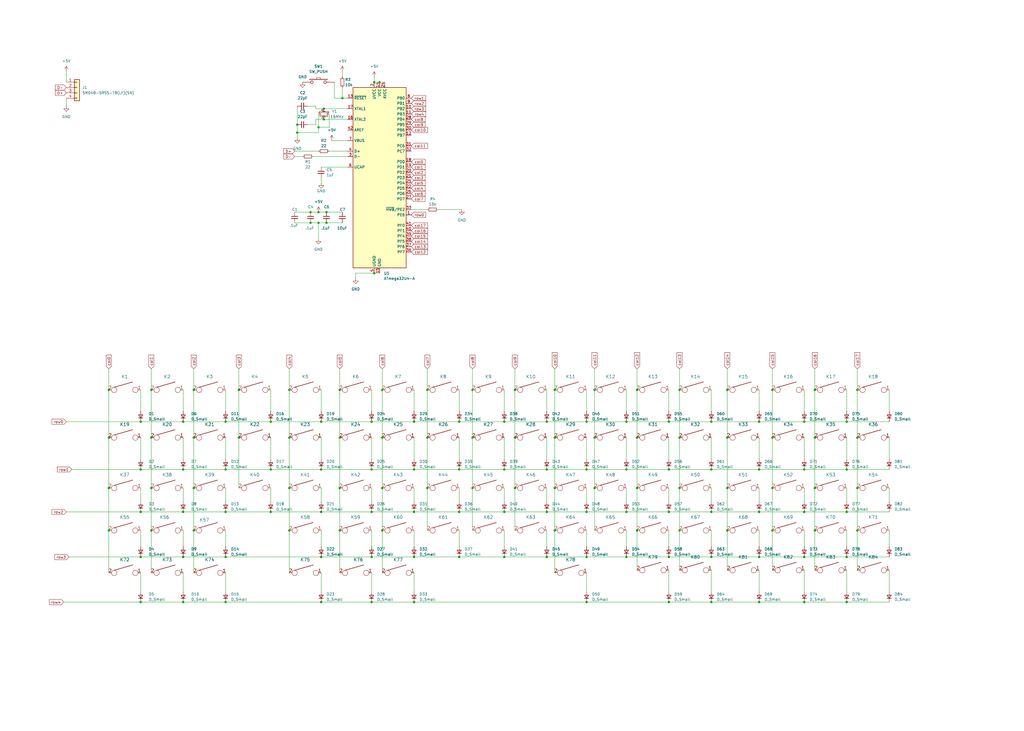
<source format=kicad_sch>
(kicad_sch (version 20211123) (generator eeschema)
  (paper "User" 489.991 350.012)
  (lib_symbols
    (symbol "Device:C_Small" (pin_numbers hide) (pin_names (offset 0.254) hide)
      (property "Reference" "C" (at 0.254 1.778 0))
      (property "Value" "C_Small" (at 0.254 -2.032 0))
      (symbol "C_Small_1_1"
        (pin passive line (at 0 2.54 270) (length 2.032) (name "~") (number "1"))
        (pin passive line (at 0 -2.54 90) (length 2.032) (name "~") (number "2"))
      )
    )
    (symbol "Device:Crystal_GND24_Small" (pin_names (offset 1.016) hide)
      (property "Reference" "Y" (at 1.27 4.445 0))
      (property "Value" "Crystal_GND24_Small" (at 1.27 2.54 0))
      (symbol "Crystal_GND24_Small_1_1"
        (pin passive line (at -2.54 0 0) (length 1.27) (name "1") (number "1"))
        (pin passive line (at 0 -2.54 90) (length 0.635) (name "2") (number "2"))
        (pin passive line (at 2.54 0 180) (length 1.27) (name "3") (number "3"))
        (pin passive line (at 0 2.54 270) (length 0.635) (name "4") (number "4"))
      )
    )
    (symbol "Device:D_Small" (pin_numbers hide) (pin_names (offset 0.254) hide)
      (property "Reference" "D" (at -1.27 2.032 0))
      (property "Value" "D_Small" (at -3.81 -2.032 0))
      (symbol "D_Small_1_1"
        (pin passive line (at -2.54 0 0) (length 1.778) (name "K") (number "1"))
        (pin passive line (at 2.54 0 180) (length 1.778) (name "A") (number "2"))
      )
    )
    (symbol "Device:R_Small" (pin_numbers hide) (pin_names (offset 0.254) hide)
      (property "Reference" "R" (at 0.762 0.508 0))
      (property "Value" "R_Small" (at 0.762 -1.016 0))
      (symbol "R_Small_1_1"
        (pin passive line (at 0 2.54 270) (length 0.762) (name "~") (number "1"))
        (pin passive line (at 0 -2.54 90) (length 0.762) (name "~") (number "2"))
      )
    )
    (symbol "MCU_Microchip_ATmega:ATmega32U4-A"
      (property "Reference" "U" (at -12.7 44.45 0))
      (property "Value" "ATmega32U4-A" (at 2.54 -44.45 0))
      (symbol "ATmega32U4-A_1_1"
        (pin bidirectional line (at 15.24 -17.78 180) (length 2.54) (name "PE6") (number "1"))
        (pin bidirectional line (at 15.24 33.02 180) (length 2.54) (name "PB2") (number "10"))
        (pin bidirectional line (at 15.24 30.48 180) (length 2.54) (name "PB3") (number "11"))
        (pin bidirectional line (at 15.24 20.32 180) (length 2.54) (name "PB7") (number "12"))
        (pin input line (at -15.24 38.1 0) (length 2.54) (name "~{RESET}") (number "13"))
        (pin power_in line (at 0 45.72 270) (length 2.54) (name "VCC") (number "14"))
        (pin power_in line (at 0 -45.72 90) (length 2.54) (name "GND") (number "15"))
        (pin output line (at -15.24 27.94 0) (length 2.54) (name "XTAL2") (number "16"))
        (pin input line (at -15.24 33.02 0) (length 2.54) (name "XTAL1") (number "17"))
        (pin bidirectional line (at 15.24 7.62 180) (length 2.54) (name "PD0") (number "18"))
        (pin bidirectional line (at 15.24 5.08 180) (length 2.54) (name "PD1") (number "19"))
        (pin power_in line (at -2.54 45.72 270) (length 2.54) (name "UVCC") (number "2"))
        (pin bidirectional line (at 15.24 2.54 180) (length 2.54) (name "PD2") (number "20"))
        (pin bidirectional line (at 15.24 0 180) (length 2.54) (name "PD3") (number "21"))
        (pin bidirectional line (at 15.24 -5.08 180) (length 2.54) (name "PD5") (number "22"))
        (pin passive line (at 0 -45.72 90) (length 2.54) hide (name "GND") (number "23"))
        (pin power_in line (at 2.54 45.72 270) (length 2.54) (name "AVCC") (number "24"))
        (pin bidirectional line (at 15.24 -2.54 180) (length 2.54) (name "PD4") (number "25"))
        (pin bidirectional line (at 15.24 -7.62 180) (length 2.54) (name "PD6") (number "26"))
        (pin bidirectional line (at 15.24 -10.16 180) (length 2.54) (name "PD7") (number "27"))
        (pin bidirectional line (at 15.24 27.94 180) (length 2.54) (name "PB4") (number "28"))
        (pin bidirectional line (at 15.24 25.4 180) (length 2.54) (name "PB5") (number "29"))
        (pin bidirectional line (at -15.24 10.16 0) (length 2.54) (name "D-") (number "3"))
        (pin bidirectional line (at 15.24 22.86 180) (length 2.54) (name "PB6") (number "30"))
        (pin bidirectional line (at 15.24 15.24 180) (length 2.54) (name "PC6") (number "31"))
        (pin bidirectional line (at 15.24 12.7 180) (length 2.54) (name "PC7") (number "32"))
        (pin bidirectional line (at 15.24 -15.24 180) (length 2.54) (name "~{HWB}/PE2") (number "33"))
        (pin passive line (at 0 45.72 270) (length 2.54) hide (name "VCC") (number "34"))
        (pin passive line (at 0 -45.72 90) (length 2.54) hide (name "GND") (number "35"))
        (pin bidirectional line (at 15.24 -35.56 180) (length 2.54) (name "PF7") (number "36"))
        (pin bidirectional line (at 15.24 -33.02 180) (length 2.54) (name "PF6") (number "37"))
        (pin bidirectional line (at 15.24 -30.48 180) (length 2.54) (name "PF5") (number "38"))
        (pin bidirectional line (at 15.24 -27.94 180) (length 2.54) (name "PF4") (number "39"))
        (pin bidirectional line (at -15.24 12.7 0) (length 2.54) (name "D+") (number "4"))
        (pin bidirectional line (at 15.24 -25.4 180) (length 2.54) (name "PF1") (number "40"))
        (pin bidirectional line (at 15.24 -22.86 180) (length 2.54) (name "PF0") (number "41"))
        (pin passive line (at -15.24 22.86 0) (length 2.54) (name "AREF") (number "42"))
        (pin passive line (at 0 -45.72 90) (length 2.54) hide (name "GND") (number "43"))
        (pin passive line (at 2.54 45.72 270) (length 2.54) hide (name "AVCC") (number "44"))
        (pin passive line (at -2.54 -45.72 90) (length 2.54) (name "UGND") (number "5"))
        (pin passive line (at -15.24 5.08 0) (length 2.54) (name "UCAP") (number "6"))
        (pin input line (at -15.24 17.78 0) (length 2.54) (name "VBUS") (number "7"))
        (pin bidirectional line (at 15.24 38.1 180) (length 2.54) (name "PB0") (number "8"))
        (pin bidirectional line (at 15.24 35.56 180) (length 2.54) (name "PB1") (number "9"))
      )
    )
    (symbol "Unified-Daughterboard-cache:Connector_Generic_Conn_01x04" (pin_names (offset 1.016) hide)
      (property "Reference" "J" (at 0 5.08 0))
      (property "Value" "Connector_Generic_Conn_01x04" (at 0 -7.62 0))
      (symbol "Connector_Generic_Conn_01x04_1_1"
        (pin passive line (at -5.08 2.54 0) (length 3.81) (name "Pin_1") (number "1"))
        (pin passive line (at -5.08 0 0) (length 3.81) (name "Pin_2") (number "2"))
        (pin passive line (at -5.08 -2.54 0) (length 3.81) (name "Pin_3") (number "3"))
        (pin passive line (at -5.08 -5.08 0) (length 3.81) (name "Pin_4") (number "4"))
      )
    )
    (symbol "keyboard_parts:KEYSW" (pin_names (offset 1.016))
      (property "Reference" "K?" (at -1.27 0 0))
      (symbol "KEYSW_1_1"
        (pin passive line (at 7.62 0 180) (length 1.27) (name "~") (number "1"))
        (pin passive line (at -7.62 0 0) (length 1.27) (name "~") (number "2"))
      )
    )
    (symbol "keyboard_parts:SW_PUSH" (pin_numbers hide) (pin_names (offset 1.016) hide)
      (property "Reference" "SW" (at 3.81 2.794 0))
      (property "Value" "SW_PUSH" (at 0 -2.032 0))
      (symbol "SW_PUSH_0_1"
        (pin passive inverted (at -7.62 0 0) (length 5.08) (name "1") (number "1"))
        (pin passive inverted (at 7.62 0 180) (length 5.08) (name "2") (number "2"))
      )
    )
    (symbol "power:+5V" (power) (pin_names (offset 0))
      (property "Value" "+5V" (at 0 3.556 0))
      (symbol "+5V_1_1"
        (pin power_in line (at 0 0 90) (length 0) hide (name "+5V") (number "1"))
      )
    )
    (symbol "power:GND" (power) (pin_names (offset 0))
      (property "Value" "GND" (at 0 -3.81 0))
      (symbol "GND_1_1"
        (pin power_in line (at 0 0 270) (length 0) hide (name "GND") (number "1"))
      )
    )
  )
  (junction (at 261.62 201.93))
  (junction (at 177.8 224.79))
  (junction (at 325.12 254))
  (junction (at 261.62 224.79))
  (junction (at 138.43 254))
  (junction (at 52.07 254))
  (junction (at 148.59 106.68))
  (junction (at 340.36 245.11))
  (junction (at 320.04 266.7))
  (junction (at 179.07 130.81))
  (junction (at 154.94 52.07))
  (junction (at 129.54 245.11))
  (junction (at 384.81 288.29))
  (junction (at 67.31 224.79))
  (junction (at 389.89 233.68))
  (junction (at 148.59 101.6))
  (junction (at 182.88 254))
  (junction (at 284.48 209.55))
  (junction (at 325.12 186.69))
  (junction (at 299.72 224.79))
  (junction (at 246.38 233.68))
  (junction (at 107.95 288.29))
  (junction (at 87.63 245.11))
  (junction (at 219.71 201.93))
  (junction (at 204.47 186.69))
  (junction (at 405.13 288.29))
  (junction (at 153.67 266.7))
  (junction (at 52.07 186.69))
  (junction (at 405.13 245.11))
  (junction (at 156.21 101.6))
  (junction (at 384.81 201.93))
  (junction (at 92.71 233.68))
  (junction (at 72.39 254))
  (junction (at 72.39 209.55))
  (junction (at 177.8 245.11))
  (junction (at 340.36 266.7))
  (junction (at 219.71 266.7))
  (junction (at 410.21 209.55))
  (junction (at 384.81 245.11))
  (junction (at 163.83 46.99))
  (junction (at 410.21 233.68))
  (junction (at 162.56 233.68))
  (junction (at 280.67 224.79))
  (junction (at 340.36 288.29))
  (junction (at 153.67 201.93))
  (junction (at 152.4 60.96))
  (junction (at 304.8 209.55))
  (junction (at 92.71 209.55))
  (junction (at 347.98 233.68))
  (junction (at 114.3 209.55))
  (junction (at 384.81 266.7))
  (junction (at 265.43 186.69))
  (junction (at 369.57 209.55))
  (junction (at 265.43 209.55))
  (junction (at 320.04 201.93))
  (junction (at 299.72 245.11))
  (junction (at 320.04 245.11))
  (junction (at 67.31 245.11))
  (junction (at 107.95 224.79))
  (junction (at 92.71 254))
  (junction (at 325.12 233.68))
  (junction (at 261.62 266.7))
  (junction (at 340.36 224.79))
  (junction (at 369.57 254))
  (junction (at 162.56 186.69))
  (junction (at 129.54 201.93))
  (junction (at 142.24 59.69))
  (junction (at 304.8 186.69))
  (junction (at 347.98 254))
  (junction (at 284.48 233.68))
  (junction (at 226.06 209.55))
  (junction (at 304.8 233.68))
  (junction (at 363.22 201.93))
  (junction (at 107.95 201.93))
  (junction (at 204.47 233.68))
  (junction (at 181.61 39.37))
  (junction (at 284.48 186.69))
  (junction (at 389.89 186.69))
  (junction (at 280.67 288.29))
  (junction (at 340.36 201.93))
  (junction (at 347.98 209.55))
  (junction (at 129.54 224.79))
  (junction (at 246.38 186.69))
  (junction (at 138.43 233.68))
  (junction (at 153.67 224.79))
  (junction (at 138.43 186.69))
  (junction (at 177.8 201.93))
  (junction (at 410.21 186.69))
  (junction (at 389.89 209.55))
  (junction (at 198.12 224.79))
  (junction (at 182.88 209.55))
  (junction (at 198.12 266.7))
  (junction (at 87.63 266.7))
  (junction (at 389.89 254))
  (junction (at 67.31 201.93))
  (junction (at 320.04 288.29))
  (junction (at 304.8 254))
  (junction (at 114.3 186.69))
  (junction (at 107.95 266.7))
  (junction (at 152.4 106.68))
  (junction (at 179.07 39.37))
  (junction (at 204.47 209.55))
  (junction (at 280.67 245.11))
  (junction (at 369.57 186.69))
  (junction (at 156.21 106.68))
  (junction (at 182.88 186.69))
  (junction (at 363.22 266.7))
  (junction (at 405.13 224.79))
  (junction (at 384.81 224.79))
  (junction (at 280.67 266.7))
  (junction (at 241.3 224.79))
  (junction (at 246.38 209.55))
  (junction (at 241.3 201.93))
  (junction (at 241.3 245.11))
  (junction (at 162.56 209.55))
  (junction (at 153.67 245.11))
  (junction (at 138.43 209.55))
  (junction (at 363.22 288.29))
  (junction (at 162.56 254))
  (junction (at 154.94 57.15))
  (junction (at 299.72 266.7))
  (junction (at 198.12 245.11))
  (junction (at 410.21 254))
  (junction (at 67.31 266.7))
  (junction (at 265.43 233.68))
  (junction (at 347.98 186.69))
  (junction (at 87.63 201.93))
  (junction (at 107.95 245.11))
  (junction (at 177.8 288.29))
  (junction (at 52.07 209.55))
  (junction (at 280.67 201.93))
  (junction (at 265.43 254))
  (junction (at 182.88 233.68))
  (junction (at 320.04 224.79))
  (junction (at 153.67 288.29))
  (junction (at 226.06 233.68))
  (junction (at 226.06 186.69))
  (junction (at 325.12 209.55))
  (junction (at 219.71 224.79))
  (junction (at 198.12 201.93))
  (junction (at 67.31 288.29))
  (junction (at 87.63 224.79))
  (junction (at 363.22 245.11))
  (junction (at 299.72 201.93))
  (junction (at 241.3 266.7))
  (junction (at 369.57 233.68))
  (junction (at 261.62 245.11))
  (junction (at 87.63 288.29))
  (junction (at 363.22 224.79))
  (junction (at 72.39 186.69))
  (junction (at 177.8 266.7))
  (junction (at 152.4 101.6))
  (junction (at 405.13 266.7))
  (junction (at 92.71 186.69))
  (junction (at 405.13 201.93))
  (junction (at 219.71 245.11))
  (junction (at 198.12 288.29))
  (junction (at 52.07 233.68))
  (junction (at 72.39 233.68))
  (junction (at 142.24 63.5))
  (wire (pts (xy 299.72 201.93) (xy 320.04 201.93)))
  (wire (pts (xy 299.72 224.79) (xy 320.04 224.79)))
  (wire (pts (xy 265.43 233.68) (xy 265.43 254)))
  (wire (pts (xy 209.55 100.33) (xy 220.98 100.33)))
  (wire (pts (xy 363.22 288.29) (xy 384.81 288.29)))
  (wire (pts (xy 280.67 274.32) (xy 280.67 283.21)))
  (wire (pts (xy 129.54 233.68) (xy 129.54 240.03)))
  (wire (pts (xy 138.43 209.55) (xy 138.43 233.68)))
  (wire (pts (xy 87.63 266.7) (xy 107.95 266.7)))
  (wire (pts (xy 299.72 266.7) (xy 320.04 266.7)))
  (wire (pts (xy 160.02 46.99) (xy 163.83 46.99)))
  (wire (pts (xy 389.89 186.69) (xy 389.89 209.55)))
  (wire (pts (xy 384.81 266.7) (xy 405.13 266.7)))
  (wire (pts (xy 265.43 209.55) (xy 265.43 233.68)))
  (wire (pts (xy 92.71 209.55) (xy 92.71 233.68)))
  (wire (pts (xy 34.29 224.79) (xy 67.31 224.79)))
  (wire (pts (xy 67.31 186.69) (xy 67.31 196.85)))
  (wire (pts (xy 261.62 233.68) (xy 261.62 240.03)))
  (wire (pts (xy 182.88 176.53) (xy 182.88 186.69)))
  (wire (pts (xy 246.38 186.69) (xy 246.38 209.55)))
  (wire (pts (xy 425.45 186.69) (xy 425.45 196.85)))
  (wire (pts (xy 162.56 176.53) (xy 162.56 186.69)))
  (wire (pts (xy 246.38 209.55) (xy 246.38 233.68)))
  (wire (pts (xy 405.13 209.55) (xy 405.13 219.71)))
  (wire (pts (xy 261.62 186.69) (xy 261.62 196.85)))
  (wire (pts (xy 363.22 245.11) (xy 384.81 245.11)))
  (wire (pts (xy 67.31 201.93) (xy 87.63 201.93)))
  (wire (pts (xy 405.13 288.29) (xy 425.45 288.29)))
  (wire (pts (xy 280.67 201.93) (xy 299.72 201.93)))
  (wire (pts (xy 284.48 233.68) (xy 284.48 254)))
  (wire (pts (xy 72.39 209.55) (xy 72.39 233.68)))
  (wire (pts (xy 320.04 245.11) (xy 340.36 245.11)))
  (wire (pts (xy 280.67 266.7) (xy 299.72 266.7)))
  (wire (pts (xy 284.48 186.69) (xy 284.48 209.55)))
  (wire (pts (xy 325.12 254) (xy 325.12 273.05)))
  (wire (pts (xy 151.13 57.15) (xy 151.13 59.69)))
  (wire (pts (xy 114.3 176.53) (xy 114.3 186.69)))
  (wire (pts (xy 246.38 176.53) (xy 246.38 186.69)))
  (wire (pts (xy 153.67 80.01) (xy 166.37 80.01)))
  (wire (pts (xy 204.47 209.55) (xy 204.47 233.68)))
  (wire (pts (xy 198.12 274.32) (xy 198.12 283.21)))
  (wire (pts (xy 129.54 224.79) (xy 153.67 224.79)))
  (wire (pts (xy 154.94 52.07) (xy 151.13 52.07)))
  (wire (pts (xy 148.59 106.68) (xy 152.4 106.68)))
  (wire (pts (xy 138.43 186.69) (xy 138.43 209.55)))
  (wire (pts (xy 107.95 245.11) (xy 129.54 245.11)))
  (wire (pts (xy 153.67 186.69) (xy 153.67 196.85)))
  (wire (pts (xy 114.3 209.55) (xy 114.3 233.68)))
  (wire (pts (xy 179.07 130.81) (xy 170.18 130.81)))
  (wire (pts (xy 138.43 254) (xy 138.43 274.32)))
  (wire (pts (xy 196.85 100.33) (xy 204.47 100.33)))
  (wire (pts (xy 92.71 233.68) (xy 92.71 254)))
  (wire (pts (xy 410.21 233.68) (xy 410.21 254)))
  (wire (pts (xy 340.36 224.79) (xy 363.22 224.79)))
  (wire (pts (xy 160.02 39.37) (xy 160.02 46.99)))
  (wire (pts (xy 320.04 273.05) (xy 320.04 283.21)))
  (wire (pts (xy 363.22 233.68) (xy 363.22 240.03)))
  (wire (pts (xy 425.45 233.68) (xy 425.45 240.03)))
  (wire (pts (xy 67.31 224.79) (xy 87.63 224.79)))
  (wire (pts (xy 226.06 186.69) (xy 226.06 209.55)))
  (wire (pts (xy 410.21 176.53) (xy 410.21 186.69)))
  (wire (pts (xy 170.18 130.81) (xy 170.18 133.35)))
  (wire (pts (xy 114.3 186.69) (xy 114.3 209.55)))
  (wire (pts (xy 347.98 176.53) (xy 347.98 186.69)))
  (wire (pts (xy 280.67 233.68) (xy 280.67 240.03)))
  (wire (pts (xy 299.72 245.11) (xy 320.04 245.11)))
  (wire (pts (xy 198.12 201.93) (xy 219.71 201.93)))
  (wire (pts (xy 107.95 288.29) (xy 153.67 288.29)))
  (wire (pts (xy 182.88 209.55) (xy 182.88 233.68)))
  (wire (pts (xy 204.47 186.69) (xy 204.47 209.55)))
  (wire (pts (xy 87.63 224.79) (xy 107.95 224.79)))
  (wire (pts (xy 148.59 101.6) (xy 152.4 101.6)))
  (wire (pts (xy 179.07 36.83) (xy 179.07 39.37)))
  (wire (pts (xy 320.04 266.7) (xy 340.36 266.7)))
  (wire (pts (xy 304.8 233.68) (xy 304.8 254)))
  (wire (pts (xy 179.07 39.37) (xy 181.61 39.37)))
  (wire (pts (xy 425.45 254) (xy 425.45 261.62)))
  (wire (pts (xy 140.97 74.93) (xy 144.78 74.93)))
  (wire (pts (xy 198.12 266.7) (xy 219.71 266.7)))
  (wire (pts (xy 219.71 224.79) (xy 241.3 224.79)))
  (wire (pts (xy 52.07 233.68) (xy 52.07 254)))
  (wire (pts (xy 107.95 201.93) (xy 129.54 201.93)))
  (wire (pts (xy 265.43 176.53) (xy 265.43 186.69)))
  (wire (pts (xy 425.45 209.55) (xy 425.45 219.71)))
  (wire (pts (xy 31.75 46.99) (xy 31.75 50.8)))
  (wire (pts (xy 87.63 245.11) (xy 107.95 245.11)))
  (wire (pts (xy 87.63 186.69) (xy 87.63 196.85)))
  (wire (pts (xy 325.12 233.68) (xy 325.12 254)))
  (wire (pts (xy 320.04 233.68) (xy 320.04 240.03)))
  (wire (pts (xy 72.39 254) (xy 72.39 274.32)))
  (wire (pts (xy 153.67 274.32) (xy 153.67 283.21)))
  (wire (pts (xy 299.72 254) (xy 299.72 261.62)))
  (wire (pts (xy 151.13 52.07) (xy 151.13 50.8)))
  (wire (pts (xy 67.31 245.11) (xy 87.63 245.11)))
  (wire (pts (xy 325.12 176.53) (xy 325.12 186.69)))
  (wire (pts (xy 153.67 254) (xy 153.67 261.62)))
  (wire (pts (xy 204.47 233.68) (xy 204.47 254)))
  (wire (pts (xy 142.24 66.04) (xy 142.24 63.5)))
  (wire (pts (xy 405.13 233.68) (xy 405.13 240.03)))
  (wire (pts (xy 152.4 63.5) (xy 152.4 60.96)))
  (wire (pts (xy 52.07 186.69) (xy 52.07 209.55)))
  (wire (pts (xy 153.67 85.09) (xy 153.67 87.63)))
  (wire (pts (xy 340.36 245.11) (xy 363.22 245.11)))
  (wire (pts (xy 153.67 224.79) (xy 177.8 224.79)))
  (wire (pts (xy 107.95 186.69) (xy 107.95 196.85)))
  (wire (pts (xy 182.88 186.69) (xy 182.88 209.55)))
  (wire (pts (xy 384.81 209.55) (xy 384.81 219.71)))
  (wire (pts (xy 347.98 209.55) (xy 347.98 233.68)))
  (wire (pts (xy 107.95 209.55) (xy 107.95 219.71)))
  (wire (pts (xy 226.06 233.68) (xy 226.06 254)))
  (wire (pts (xy 154.94 57.15) (xy 166.37 57.15)))
  (wire (pts (xy 67.31 266.7) (xy 87.63 266.7)))
  (wire (pts (xy 384.81 233.68) (xy 384.81 240.03)))
  (wire (pts (xy 67.31 209.55) (xy 67.31 219.71)))
  (wire (pts (xy 198.12 224.79) (xy 219.71 224.79)))
  (wire (pts (xy 87.63 209.55) (xy 87.63 219.71)))
  (wire (pts (xy 107.95 266.7) (xy 153.67 266.7)))
  (wire (pts (xy 153.67 209.55) (xy 153.67 219.71)))
  (wire (pts (xy 177.8 245.11) (xy 198.12 245.11)))
  (wire (pts (xy 261.62 254) (xy 261.62 261.62)))
  (wire (pts (xy 219.71 186.69) (xy 219.71 196.85)))
  (wire (pts (xy 405.13 201.93) (xy 425.45 201.93)))
  (wire (pts (xy 67.31 233.68) (xy 67.31 240.03)))
  (wire (pts (xy 72.39 176.53) (xy 72.39 186.69)))
  (wire (pts (xy 107.95 254) (xy 107.95 261.62)))
  (wire (pts (xy 107.95 274.32) (xy 107.95 283.21)))
  (wire (pts (xy 151.13 50.8) (xy 147.32 50.8)))
  (wire (pts (xy 153.67 245.11) (xy 177.8 245.11)))
  (wire (pts (xy 299.72 233.68) (xy 299.72 240.03)))
  (wire (pts (xy 181.61 130.81) (xy 179.07 130.81)))
  (wire (pts (xy 389.89 254) (xy 389.89 273.05)))
  (wire (pts (xy 384.81 224.79) (xy 405.13 224.79)))
  (wire (pts (xy 52.07 209.55) (xy 52.07 233.68)))
  (wire (pts (xy 347.98 186.69) (xy 347.98 209.55)))
  (wire (pts (xy 87.63 254) (xy 87.63 261.62)))
  (wire (pts (xy 177.8 186.69) (xy 177.8 196.85)))
  (wire (pts (xy 389.89 233.68) (xy 389.89 254)))
  (wire (pts (xy 280.67 245.11) (xy 299.72 245.11)))
  (wire (pts (xy 304.8 209.55) (xy 304.8 233.68)))
  (wire (pts (xy 284.48 209.55) (xy 284.48 233.68)))
  (wire (pts (xy 219.71 233.68) (xy 219.71 240.03)))
  (wire (pts (xy 261.62 201.93) (xy 280.67 201.93)))
  (wire (pts (xy 320.04 254) (xy 320.04 261.62)))
  (wire (pts (xy 92.71 186.69) (xy 92.71 209.55)))
  (wire (pts (xy 405.13 273.05) (xy 405.13 283.21)))
  (wire (pts (xy 92.71 176.53) (xy 92.71 186.69)))
  (wire (pts (xy 320.04 224.79) (xy 340.36 224.79)))
  (wire (pts (xy 87.63 288.29) (xy 107.95 288.29)))
  (wire (pts (xy 157.48 72.39) (xy 166.37 72.39)))
  (wire (pts (xy 325.12 186.69) (xy 325.12 209.55)))
  (wire (pts (xy 107.95 224.79) (xy 129.54 224.79)))
  (wire (pts (xy 261.62 224.79) (xy 280.67 224.79)))
  (wire (pts (xy 304.8 254) (xy 304.8 273.05)))
  (wire (pts (xy 31.75 245.11) (xy 67.31 245.11)))
  (wire (pts (xy 151.13 59.69) (xy 147.32 59.69)))
  (wire (pts (xy 320.04 288.29) (xy 340.36 288.29)))
  (wire (pts (xy 198.12 233.68) (xy 198.12 240.03)))
  (wire (pts (xy 67.31 274.32) (xy 67.31 283.21)))
  (wire (pts (xy 241.3 266.7) (xy 261.62 266.7)))
  (wire (pts (xy 369.57 186.69) (xy 369.57 209.55)))
  (wire (pts (xy 304.8 176.53) (xy 304.8 186.69)))
  (wire (pts (xy 363.22 224.79) (xy 384.81 224.79)))
  (wire (pts (xy 265.43 186.69) (xy 265.43 209.55)))
  (wire (pts (xy 152.4 101.6) (xy 156.21 101.6)))
  (wire (pts (xy 246.38 233.68) (xy 246.38 254)))
  (wire (pts (xy 405.13 266.7) (xy 425.45 266.7)))
  (wire (pts (xy 87.63 201.93) (xy 107.95 201.93)))
  (wire (pts (xy 204.47 176.53) (xy 204.47 186.69)))
  (wire (pts (xy 129.54 209.55) (xy 129.54 219.71)))
  (wire (pts (xy 280.67 209.55) (xy 280.67 219.71)))
  (wire (pts (xy 177.8 254) (xy 177.8 261.62)))
  (wire (pts (xy 149.86 74.93) (xy 166.37 74.93)))
  (wire (pts (xy 241.3 201.93) (xy 261.62 201.93)))
  (wire (pts (xy 162.56 209.55) (xy 162.56 233.68)))
  (wire (pts (xy 182.88 254) (xy 182.88 274.32)))
  (wire (pts (xy 410.21 209.55) (xy 410.21 233.68)))
  (wire (pts (xy 177.8 274.32) (xy 177.8 283.21)))
  (wire (pts (xy 340.36 266.7) (xy 363.22 266.7)))
  (wire (pts (xy 363.22 266.7) (xy 384.81 266.7)))
  (wire (pts (xy 219.71 245.11) (xy 241.3 245.11)))
  (wire (pts (xy 162.56 254) (xy 162.56 274.32)))
  (wire (pts (xy 52.07 254) (xy 52.07 274.32)))
  (wire (pts (xy 138.43 176.53) (xy 138.43 186.69)))
  (wire (pts (xy 369.57 209.55) (xy 369.57 233.68)))
  (wire (pts (xy 33.02 266.7) (xy 67.31 266.7)))
  (wire (pts (xy 340.36 233.68) (xy 340.36 240.03)))
  (wire (pts (xy 198.12 209.55) (xy 198.12 219.71)))
  (wire (pts (xy 363.22 209.55) (xy 363.22 219.71)))
  (wire (pts (xy 219.71 201.93) (xy 241.3 201.93)))
  (wire (pts (xy 226.06 176.53) (xy 226.06 186.69)))
  (wire (pts (xy 405.13 186.69) (xy 405.13 196.85)))
  (wire (pts (xy 226.06 209.55) (xy 226.06 233.68)))
  (wire (pts (xy 177.8 201.93) (xy 198.12 201.93)))
  (wire (pts (xy 405.13 245.11) (xy 425.45 245.11)))
  (wire (pts (xy 153.67 288.29) (xy 177.8 288.29)))
  (wire (pts (xy 261.62 266.7) (xy 280.67 266.7)))
  (wire (pts (xy 129.54 245.11) (xy 153.67 245.11)))
  (wire (pts (xy 369.57 233.68) (xy 369.57 254)))
  (wire (pts (xy 153.67 201.93) (xy 177.8 201.93)))
  (wire (pts (xy 384.81 254) (xy 384.81 261.62)))
  (wire (pts (xy 198.12 288.29) (xy 280.67 288.29)))
  (wire (pts (xy 369.57 176.53) (xy 369.57 186.69)))
  (wire (pts (xy 219.71 266.7) (xy 241.3 266.7)))
  (wire (pts (xy 52.07 176.53) (xy 52.07 186.69)))
  (wire (pts (xy 107.95 233.68) (xy 107.95 240.03)))
  (wire (pts (xy 30.48 288.29) (xy 67.31 288.29)))
  (wire (pts (xy 177.8 224.79) (xy 198.12 224.79)))
  (wire (pts (xy 320.04 201.93) (xy 340.36 201.93)))
  (wire (pts (xy 340.36 201.93) (xy 363.22 201.93)))
  (wire (pts (xy 410.21 254) (xy 410.21 273.05)))
  (wire (pts (xy 157.48 54.61) (xy 157.48 60.96)))
  (wire (pts (xy 384.81 273.05) (xy 384.81 283.21)))
  (wire (pts (xy 198.12 186.69) (xy 198.12 196.85)))
  (wire (pts (xy 142.24 63.5) (xy 152.4 63.5)))
  (wire (pts (xy 140.97 101.6) (xy 148.59 101.6)))
  (wire (pts (xy 261.62 245.11) (xy 280.67 245.11)))
  (wire (pts (xy 152.4 54.61) (xy 152.4 60.96)))
  (wire (pts (xy 129.54 186.69) (xy 129.54 196.85)))
  (wire (pts (xy 156.21 101.6) (xy 163.83 101.6)))
  (wire (pts (xy 405.13 224.79) (xy 425.45 224.79)))
  (wire (pts (xy 198.12 245.11) (xy 219.71 245.11)))
  (wire (pts (xy 320.04 209.55) (xy 320.04 219.71)))
  (wire (pts (xy 325.12 209.55) (xy 325.12 233.68)))
  (wire (pts (xy 280.67 254) (xy 280.67 261.62)))
  (wire (pts (xy 340.36 254) (xy 340.36 261.62)))
  (wire (pts (xy 152.4 60.96) (xy 157.48 60.96)))
  (wire (pts (xy 363.22 273.05) (xy 363.22 283.21)))
  (wire (pts (xy 389.89 176.53) (xy 389.89 186.69)))
  (wire (pts (xy 280.67 224.79) (xy 299.72 224.79)))
  (wire (pts (xy 142.24 59.69) (xy 142.24 63.5)))
  (wire (pts (xy 154.94 57.15) (xy 151.13 57.15)))
  (wire (pts (xy 154.94 52.07) (xy 166.37 52.07)))
  (wire (pts (xy 153.67 266.7) (xy 177.8 266.7)))
  (wire (pts (xy 347.98 233.68) (xy 347.98 254)))
  (wire (pts (xy 177.8 288.29) (xy 198.12 288.29)))
  (wire (pts (xy 284.48 176.53) (xy 284.48 186.69)))
  (wire (pts (xy 265.43 254) (xy 265.43 274.32)))
  (wire (pts (xy 299.72 186.69) (xy 299.72 196.85)))
  (wire (pts (xy 384.81 201.93) (xy 405.13 201.93)))
  (wire (pts (xy 384.81 186.69) (xy 384.81 196.85)))
  (wire (pts (xy 304.8 186.69) (xy 304.8 209.55)))
  (wire (pts (xy 425.45 273.05) (xy 425.45 283.21)))
  (wire (pts (xy 72.39 233.68) (xy 72.39 254)))
  (wire (pts (xy 280.67 186.69) (xy 280.67 196.85)))
  (wire (pts (xy 320.04 186.69) (xy 320.04 196.85)))
  (wire (pts (xy 241.3 209.55) (xy 241.3 219.71)))
  (wire (pts (xy 340.36 186.69) (xy 340.36 196.85)))
  (wire (pts (xy 67.31 254) (xy 67.31 261.62)))
  (wire (pts (xy 241.3 233.68) (xy 241.3 240.03)))
  (wire (pts (xy 31.75 201.93) (xy 67.31 201.93)))
  (wire (pts (xy 347.98 254) (xy 347.98 273.05)))
  (wire (pts (xy 340.36 209.55) (xy 340.36 219.71)))
  (wire (pts (xy 299.72 209.55) (xy 299.72 219.71)))
  (wire (pts (xy 140.97 72.39) (xy 152.4 72.39)))
  (wire (pts (xy 369.57 254) (xy 369.57 273.05)))
  (wire (pts (xy 363.22 254) (xy 363.22 261.62)))
  (wire (pts (xy 92.71 254) (xy 92.71 274.32)))
  (wire (pts (xy 241.3 254) (xy 241.3 261.62)))
  (wire (pts (xy 181.61 39.37) (xy 184.15 39.37)))
  (wire (pts (xy 241.3 245.11) (xy 261.62 245.11)))
  (wire (pts (xy 31.75 34.29) (xy 31.75 39.37)))
  (wire (pts (xy 177.8 209.55) (xy 177.8 219.71)))
  (wire (pts (xy 163.83 41.91) (xy 163.83 46.99)))
  (wire (pts (xy 241.3 186.69) (xy 241.3 196.85)))
  (wire (pts (xy 280.67 288.29) (xy 320.04 288.29)))
  (wire (pts (xy 142.24 50.8) (xy 142.24 59.69)))
  (wire (pts (xy 182.88 233.68) (xy 182.88 254)))
  (wire (pts (xy 384.81 288.29) (xy 405.13 288.29)))
  (wire (pts (xy 87.63 274.32) (xy 87.63 283.21)))
  (wire (pts (xy 261.62 209.55) (xy 261.62 219.71)))
  (wire (pts (xy 198.12 254) (xy 198.12 261.62)))
  (wire (pts (xy 163.83 46.99) (xy 166.37 46.99)))
  (wire (pts (xy 162.56 186.69) (xy 162.56 209.55)))
  (wire (pts (xy 389.89 209.55) (xy 389.89 233.68)))
  (wire (pts (xy 152.4 106.68) (xy 156.21 106.68)))
  (wire (pts (xy 72.39 186.69) (xy 72.39 209.55)))
  (wire (pts (xy 162.56 233.68) (xy 162.56 254)))
  (wire (pts (xy 177.8 266.7) (xy 198.12 266.7)))
  (wire (pts (xy 340.36 288.29) (xy 363.22 288.29)))
  (wire (pts (xy 410.21 186.69) (xy 410.21 209.55)))
  (wire (pts (xy 340.36 273.05) (xy 340.36 283.21)))
  (wire (pts (xy 140.97 106.68) (xy 148.59 106.68)))
  (wire (pts (xy 363.22 201.93) (xy 384.81 201.93)))
  (wire (pts (xy 156.21 106.68) (xy 163.83 106.68)))
  (wire (pts (xy 129.54 201.93) (xy 153.67 201.93)))
  (wire (pts (xy 138.43 233.68) (xy 138.43 254)))
  (wire (pts (xy 384.81 245.11) (xy 405.13 245.11)))
  (wire (pts (xy 158.75 67.31) (xy 166.37 67.31)))
  (wire (pts (xy 241.3 224.79) (xy 261.62 224.79)))
  (wire (pts (xy 219.71 254) (xy 219.71 261.62)))
  (wire (pts (xy 219.71 209.55) (xy 219.71 219.71)))
  (wire (pts (xy 405.13 254) (xy 405.13 261.62)))
  (wire (pts (xy 177.8 233.68) (xy 177.8 240.03)))
  (wire (pts (xy 163.83 34.29) (xy 163.83 36.83)))
  (wire (pts (xy 153.67 233.68) (xy 153.67 240.03)))
  (wire (pts (xy 67.31 288.29) (xy 87.63 288.29)))
  (wire (pts (xy 87.63 233.68) (xy 87.63 240.03)))
  (wire (pts (xy 152.4 106.68) (xy 152.4 114.3)))
  (wire (pts (xy 363.22 186.69) (xy 363.22 196.85)))
  (global_label "col6" (shape input) (at 182.88 176.53 90) (property "Intersheet References" "${INTERSHEET_REFS}" (effects hide)))
  (global_label "col7" (shape input) (at 196.85 95.25 0) (property "Intersheet References" "${INTERSHEET_REFS}" (effects hide)))
  (global_label "col15" (shape input) (at 369.57 176.53 90) (property "Intersheet References" "${INTERSHEET_REFS}" (effects hide)))
  (global_label "row2" (shape input) (at 196.85 49.53 0) (property "Intersheet References" "${INTERSHEET_REFS}" (effects hide)))
  (global_label "col12" (shape input) (at 304.8 176.53 90) (property "Intersheet References" "${INTERSHEET_REFS}" (effects hide)))
  (global_label "col2" (shape input) (at 196.85 82.55 0) (property "Intersheet References" "${INTERSHEET_REFS}" (effects hide)))
  (global_label "D-" (shape input) (at 31.75 41.91 180) (property "Intersheet References" "${INTERSHEET_REFS}" (effects hide)))
  (global_label "col10" (shape input) (at 196.85 62.23 0) (property "Intersheet References" "${INTERSHEET_REFS}" (effects hide)))
  (global_label "col7" (shape input) (at 204.47 176.53 90) (property "Intersheet References" "${INTERSHEET_REFS}" (effects hide)))
  (global_label "row3" (shape input) (at 33.02 266.7 180) (property "Intersheet References" "${INTERSHEET_REFS}" (effects hide)))
  (global_label "col2" (shape input) (at 92.71 176.53 90) (property "Intersheet References" "${INTERSHEET_REFS}" (effects hide)))
  (global_label "col10" (shape input) (at 265.43 176.53 90) (property "Intersheet References" "${INTERSHEET_REFS}" (effects hide)))
  (global_label "row4" (shape input) (at 30.48 288.29 180) (property "Intersheet References" "${INTERSHEET_REFS}" (effects hide)))
  (global_label "col9" (shape input) (at 246.38 176.53 90) (property "Intersheet References" "${INTERSHEET_REFS}" (effects hide)))
  (global_label "col9" (shape input) (at 196.85 59.69 0) (property "Intersheet References" "${INTERSHEET_REFS}" (effects hide)))
  (global_label "row0" (shape input) (at 196.85 102.87 0) (property "Intersheet References" "${INTERSHEET_REFS}" (effects hide)))
  (global_label "row2" (shape input) (at 31.75 245.11 180) (property "Intersheet References" "${INTERSHEET_REFS}" (effects hide)))
  (global_label "col3" (shape input) (at 196.85 85.09 0) (property "Intersheet References" "${INTERSHEET_REFS}" (effects hide)))
  (global_label "col13" (shape input) (at 196.85 118.11 0) (property "Intersheet References" "${INTERSHEET_REFS}" (effects hide)))
  (global_label "col14" (shape input) (at 196.85 115.57 0) (property "Intersheet References" "${INTERSHEET_REFS}" (effects hide)))
  (global_label "col6" (shape input) (at 196.85 92.71 0) (property "Intersheet References" "${INTERSHEET_REFS}" (effects hide)))
  (global_label "row3" (shape input) (at 196.85 52.07 0) (property "Intersheet References" "${INTERSHEET_REFS}" (effects hide)))
  (global_label "col14" (shape input) (at 347.98 176.53 90) (property "Intersheet References" "${INTERSHEET_REFS}" (effects hide)))
  (global_label "col11" (shape input) (at 196.85 69.85 0) (property "Intersheet References" "${INTERSHEET_REFS}" (effects hide)))
  (global_label "col8" (shape input) (at 226.06 176.53 90) (property "Intersheet References" "${INTERSHEET_REFS}" (effects hide)))
  (global_label "col5" (shape input) (at 196.85 87.63 0) (property "Intersheet References" "${INTERSHEET_REFS}" (effects hide)))
  (global_label "row0" (shape input) (at 31.75 201.93 180) (property "Intersheet References" "${INTERSHEET_REFS}" (effects hide)))
  (global_label "D-" (shape input) (at 140.97 74.93 180) (property "Intersheet References" "${INTERSHEET_REFS}" (effects hide)))
  (global_label "col8" (shape input) (at 196.85 57.15 0) (property "Intersheet References" "${INTERSHEET_REFS}" (effects hide)))
  (global_label "col13" (shape input) (at 325.12 176.53 90) (property "Intersheet References" "${INTERSHEET_REFS}" (effects hide)))
  (global_label "col0" (shape input) (at 52.07 176.53 90) (property "Intersheet References" "${INTERSHEET_REFS}" (effects hide)))
  (global_label "col3" (shape input) (at 114.3 176.53 90) (property "Intersheet References" "${INTERSHEET_REFS}" (effects hide)))
  (global_label "col5" (shape input) (at 162.56 176.53 90) (property "Intersheet References" "${INTERSHEET_REFS}" (effects hide)))
  (global_label "col15" (shape input) (at 196.85 113.03 0) (property "Intersheet References" "${INTERSHEET_REFS}" (effects hide)))
  (global_label "col11" (shape input) (at 284.48 176.53 90) (property "Intersheet References" "${INTERSHEET_REFS}" (effects hide)))
  (global_label "row1" (shape input) (at 34.29 224.79 180) (property "Intersheet References" "${INTERSHEET_REFS}" (effects hide)))
  (global_label "col12" (shape input) (at 196.85 120.65 0) (property "Intersheet References" "${INTERSHEET_REFS}" (effects hide)))
  (global_label "col0" (shape input) (at 196.85 77.47 0) (property "Intersheet References" "${INTERSHEET_REFS}" (effects hide)))
  (global_label "D+" (shape input) (at 31.75 44.45 180) (property "Intersheet References" "${INTERSHEET_REFS}" (effects hide)))
  (global_label "D+" (shape input) (at 140.97 72.39 180) (property "Intersheet References" "${INTERSHEET_REFS}" (effects hide)))
  (global_label "col17" (shape input) (at 410.21 176.53 90) (property "Intersheet References" "${INTERSHEET_REFS}" (effects hide)))
  (global_label "col4" (shape input) (at 196.85 90.17 0) (property "Intersheet References" "${INTERSHEET_REFS}" (effects hide)))
  (global_label "col1" (shape input) (at 196.85 80.01 0) (property "Intersheet References" "${INTERSHEET_REFS}" (effects hide)))
  (global_label "col16" (shape input) (at 389.89 176.53 90) (property "Intersheet References" "${INTERSHEET_REFS}" (effects hide)))
  (global_label "col17" (shape input) (at 196.85 107.95 0) (property "Intersheet References" "${INTERSHEET_REFS}" (effects hide)))
  (global_label "col1" (shape input) (at 72.39 176.53 90) (property "Intersheet References" "${INTERSHEET_REFS}" (effects hide)))
  (global_label "row1" (shape input) (at 196.85 46.99 0) (property "Intersheet References" "${INTERSHEET_REFS}" (effects hide)))
  (global_label "col16" (shape input) (at 196.85 110.49 0) (property "Intersheet References" "${INTERSHEET_REFS}" (effects hide)))
  (global_label "col4" (shape input) (at 138.43 176.53 90) (property "Intersheet References" "${INTERSHEET_REFS}" (effects hide)))
  (global_label "row4" (shape input) (at 196.85 54.61 0) (property "Intersheet References" "${INTERSHEET_REFS}" (effects hide)))
  (symbol (lib_id "Device:D_Small") (at 87.63 222.25 90) (unit 1)
    (property "Reference" "D7" (at 91.44 220.9799 90) (effects (justify right)))
    (property "Value" "D_Small" (at 91.44 223.5199 90) (effects (justify right)))
    (property "Footprint" "Diode_SMD:D_SOD-123" (effects hide))
  )
  (symbol (lib_id "Device:C_Small") (at 153.67 82.55 0) (unit 1)
    (property "Reference" "C5" (at 156.21 81.2862 0) (effects (justify left)))
    (property "Value" "1uF" (at 156.21 83.8262 0) (effects (justify left)))
    (property "Footprint" "Capacitor_SMD:C_0805_2012Metric_Pad1.18x1.45mm_HandSolder" (effects hide))
  )
  (symbol (lib_id "Device:D_Small") (at 320.04 222.25 90) (unit 1)
    (property "Reference" "D56" (at 322.58 220.9799 90) (effects (justify right)))
    (property "Value" "D_Small" (at 322.58 223.5199 90) (effects (justify right)))
    (property "Footprint" "Diode_SMD:D_SOD-123" (effects hide))
  )
  (symbol (lib_id "Device:D_Small") (at 299.72 264.16 90) (unit 1)
    (property "Reference" "D54" (at 302.26 262.8899 90) (effects (justify right)))
    (property "Value" "D_Small" (at 302.26 265.4299 90) (effects (justify right)))
    (property "Footprint" "Diode_SMD:D_SOD-123" (effects hide))
  )
  (symbol (lib_id "keyboard_parts:KEYSW") (at 397.51 209.55 0) (unit 1)
    (property "Reference" "K35" (at 397.51 203.2 0) (effects (font (size 1.524 1.524))))
    (property "Value" "KEYSW" (effects hide))
    (property "Footprint" "MX_Only:MXOnly-1U-NoLED" (effects hide))
  )
  (symbol (lib_id "Device:D_Small") (at 177.8 264.16 90) (unit 1)
    (property "Reference" "D27" (at 180.34 262.8899 90) (effects (justify right)))
    (property "Value" "D_Small" (at 180.34 265.4299 90) (effects (justify right)))
    (property "Footprint" "Diode_SMD:D_SOD-123" (effects hide))
  )
  (symbol (lib_id "keyboard_parts:KEYSW") (at 80.01 274.32 0) (unit 1)
    (property "Reference" "K73" (at 80.01 267.97 0) (effects (font (size 1.524 1.524))))
    (property "Value" "KEYSW" (effects hide))
    (property "Footprint" "MX_Only:MXOnly-1U-NoLED" (effects hide))
  )
  (symbol (lib_id "keyboard_parts:KEYSW") (at 312.42 186.69 0) (unit 1)
    (property "Reference" "K13" (at 312.42 180.34 0) (effects (font (size 1.524 1.524))))
    (property "Value" "KEYSW" (effects hide))
    (property "Footprint" "MX_Only:MXOnly-1U-NoLED" (effects hide))
  )
  (symbol (lib_id "Device:D_Small") (at 67.31 264.16 90) (unit 1)
    (property "Reference" "D4" (at 71.12 262.8899 90) (effects (justify right)))
    (property "Value" "D_Small" (at 71.12 265.4299 90) (effects (justify right)))
    (property "Footprint" "Diode_SMD:D_SOD-123" (effects hide))
  )
  (symbol (lib_id "Device:D_Small") (at 340.36 285.75 90) (unit 1)
    (property "Reference" "D64" (at 342.9 284.4799 90) (effects (justify right)))
    (property "Value" "D_Small" (at 342.9 287.0199 90) (effects (justify right)))
    (property "Footprint" "Diode_SMD:D_SOD-123" (effects hide))
  )
  (symbol (lib_id "Device:D_Small") (at 363.22 285.75 90) (unit 1)
    (property "Reference" "D69" (at 365.76 284.4799 90) (effects (justify right)))
    (property "Value" "D_Small" (at 365.76 287.0199 90) (effects (justify right)))
    (property "Footprint" "Diode_SMD:D_SOD-123" (effects hide))
  )
  (symbol (lib_id "power:GND") (at 153.67 87.63 0) (unit 1)
    (property "Reference" "#PWR0102" (effects hide))
    (property "Value" "GND" (at 153.67 91.44 0))
  )
  (symbol (lib_id "Device:D_Small") (at 320.04 264.16 90) (unit 1)
    (property "Reference" "D58" (at 322.58 262.8899 90) (effects (justify right)))
    (property "Value" "D_Small" (at 322.58 265.4299 90) (effects (justify right)))
    (property "Footprint" "Diode_SMD:D_SOD-123" (effects hide))
  )
  (symbol (lib_id "keyboard_parts:KEYSW") (at 355.6 273.05 0) (unit 1)
    (property "Reference" "K81" (at 355.6 266.7 0) (effects (font (size 1.524 1.524))))
    (property "Value" "KEYSW" (effects hide))
    (property "Footprint" "MX_Only:MXOnly-1U-NoLED" (effects hide))
  )
  (symbol (lib_id "keyboard_parts:KEYSW") (at 355.6 186.69 0) (unit 1)
    (property "Reference" "K15" (at 355.6 180.34 0) (effects (font (size 1.524 1.524))))
    (property "Value" "KEYSW" (effects hide))
    (property "Footprint" "MX_Only:MXOnly-1U-NoLED" (effects hide))
  )
  (symbol (lib_id "power:GND") (at 220.98 100.33 0) (unit 1)
    (property "Reference" "#PWR0103" (effects hide))
    (property "Value" "GND" (at 220.98 105.41 0))
  )
  (symbol (lib_id "keyboard_parts:KEYSW") (at 170.18 209.55 0) (unit 1)
    (property "Reference" "K24" (at 170.18 203.2 0) (effects (font (size 1.524 1.524))))
    (property "Value" "KEYSW" (effects hide))
    (property "Footprint" "MX_Only:MXOnly-1U-NoLED" (effects hide))
  )
  (symbol (lib_id "Device:D_Small") (at 280.67 199.39 90) (unit 1)
    (property "Reference" "D46" (at 283.21 198.1199 90) (effects (justify right)))
    (property "Value" "D_Small" (at 283.21 200.6599 90) (effects (justify right)))
    (property "Footprint" "Diode_SMD:D_SOD-123" (effects hide))
  )
  (symbol (lib_id "keyboard_parts:KEYSW") (at 100.33 233.68 0) (unit 1)
    (property "Reference" "K39" (at 100.33 227.33 0) (effects (font (size 1.524 1.524))))
    (property "Value" "KEYSW" (effects hide))
    (property "Footprint" "MX_Only:MXOnly-1U-NoLED" (effects hide))
  )
  (symbol (lib_id "Device:R_Small") (at 154.94 72.39 90) (unit 1)
    (property "Reference" "R2" (at 154.94 67.31 90))
    (property "Value" "22" (at 154.94 69.85 90))
    (property "Footprint" "Resistor_SMD:R_0805_2012Metric" (effects hide))
  )
  (symbol (lib_id "MCU_Microchip_ATmega:ATmega32U4-A") (at 181.61 85.09 0) (unit 1)
    (property "Reference" "U1" (at 183.6294 130.81 0) (effects (justify left)))
    (property "Value" "ATmega32U4-A" (at 183.6294 133.35 0) (effects (justify left)))
    (property "Footprint" "Package_QFP:TQFP-44_10x10mm_P0.8mm" (effects hide))
    (property "Datasheet" "http://ww1.microchip.com/downloads/en/DeviceDoc/Atmel-7766-8-bit-AVR-ATmega16U4-32U4_Datasheet.pdf" (effects hide))
  )
  (symbol (lib_id "Device:D_Small") (at 261.62 264.16 90) (unit 1)
    (property "Reference" "D45" (at 264.16 262.8899 90) (effects (justify right)))
    (property "Value" "D_Small" (at 264.16 265.4299 90) (effects (justify right)))
    (property "Footprint" "Diode_SMD:D_SOD-123" (effects hide))
  )
  (symbol (lib_id "keyboard_parts:KEYSW") (at 59.69 274.32 0) (unit 1)
    (property "Reference" "K72" (at 59.69 267.97 0) (effects (font (size 1.524 1.524))))
    (property "Value" "KEYSW" (effects hide))
    (property "Footprint" "MX_Only:MXOnly-1U-NoLED" (effects hide))
  )
  (symbol (lib_id "keyboard_parts:KEYSW") (at 397.51 273.05 0) (unit 1)
    (property "Reference" "K83" (at 397.51 266.7 0) (effects (font (size 1.524 1.524))))
    (property "Value" "KEYSW" (effects hide))
    (property "Footprint" "MX_Only:MXOnly-1U-NoLED" (effects hide))
  )
  (symbol (lib_id "keyboard_parts:KEYSW") (at 121.92 186.69 0) (unit 1)
    (property "Reference" "K4" (at 121.92 180.34 0) (effects (font (size 1.524 1.524))))
    (property "Value" "KEYSW" (effects hide))
    (property "Footprint" "MX_Only:MXOnly-1U-NoLED" (effects hide))
  )
  (symbol (lib_id "keyboard_parts:KEYSW") (at 273.05 254 0) (unit 1)
    (property "Reference" "K64" (at 273.05 247.65 0) (effects (font (size 1.524 1.524))))
    (property "Value" "KEYSW" (effects hide))
    (property "Footprint" "MX_Only:MXOnly-1U-NoLED" (effects hide))
  )
  (symbol (lib_id "Device:D_Small") (at 425.45 264.16 90) (unit 1)
    (property "Reference" "D83" (at 427.99 262.8899 90) (effects (justify right)))
    (property "Value" "D_Small" (at 427.99 265.4299 90) (effects (justify right)))
    (property "Footprint" "Diode_SMD:D_SOD-123" (effects hide))
  )
  (symbol (lib_id "keyboard_parts:KEYSW") (at 233.68 233.68 0) (unit 1)
    (property "Reference" "K45" (at 233.68 227.33 0) (effects (font (size 1.524 1.524))))
    (property "Value" "KEYSW" (effects hide))
    (property "Footprint" "MX_Only:MXOnly-1U-NoLED" (effects hide))
  )
  (symbol (lib_id "keyboard_parts:KEYSW") (at 59.69 233.68 0) (unit 1)
    (property "Reference" "K37" (at 59.69 227.33 0) (effects (font (size 1.524 1.524))))
    (property "Value" "KEYSW" (effects hide))
    (property "Footprint" "MX_Only:MXOnly-1U-NoLED" (effects hide))
  )
  (symbol (lib_id "Device:D_Small") (at 425.45 242.57 90) (unit 1)
    (property "Reference" "D82" (at 427.99 241.2999 90) (effects (justify right)))
    (property "Value" "D_Small" (at 427.99 243.8399 90) (effects (justify right)))
    (property "Footprint" "Diode_SMD:D_SOD-123" (effects hide))
  )
  (symbol (lib_id "keyboard_parts:KEYSW") (at 312.42 233.68 0) (unit 1)
    (property "Reference" "K49" (at 312.42 227.33 0) (effects (font (size 1.524 1.524))))
    (property "Value" "KEYSW" (effects hide))
    (property "Footprint" "MX_Only:MXOnly-1U-NoLED" (effects hide))
  )
  (symbol (lib_id "Device:D_Small") (at 87.63 242.57 90) (unit 1)
    (property "Reference" "D8" (at 91.44 241.2999 90) (effects (justify right)))
    (property "Value" "D_Small" (at 91.44 243.8399 90) (effects (justify right)))
    (property "Footprint" "Diode_SMD:D_SOD-123" (effects hide))
  )
  (symbol (lib_id "Device:D_Small") (at 219.71 242.57 90) (unit 1)
    (property "Reference" "D36" (at 222.25 241.2999 90) (effects (justify right)))
    (property "Value" "D_Small" (at 222.25 243.8399 90) (effects (justify right)))
    (property "Footprint" "Diode_SMD:D_SOD-123" (effects hide))
  )
  (symbol (lib_id "Device:D_Small") (at 87.63 285.75 90) (unit 1)
    (property "Reference" "D10" (at 91.44 284.4799 90) (effects (justify right)))
    (property "Value" "D_Small" (at 91.44 287.0199 90) (effects (justify right)))
    (property "Footprint" "Diode_SMD:D_SOD-123" (effects hide))
  )
  (symbol (lib_id "keyboard_parts:KEYSW") (at 212.09 254 0) (unit 1)
    (property "Reference" "K61" (at 212.09 247.65 0) (effects (font (size 1.524 1.524))))
    (property "Value" "KEYSW" (effects hide))
    (property "Footprint" "MX_Only:MXOnly-1U-NoLED" (effects hide))
  )
  (symbol (lib_id "Device:D_Small") (at 384.81 264.16 90) (unit 1)
    (property "Reference" "D73" (at 387.35 262.8899 90) (effects (justify right)))
    (property "Value" "D_Small" (at 387.35 265.4299 90) (effects (justify right)))
    (property "Footprint" "Diode_SMD:D_SOD-123" (effects hide))
  )
  (symbol (lib_id "keyboard_parts:KEYSW") (at 377.19 209.55 0) (unit 1)
    (property "Reference" "K34" (at 377.19 203.2 0) (effects (font (size 1.524 1.524))))
    (property "Value" "KEYSW" (effects hide))
    (property "Footprint" "MX_Only:MXOnly-1U-NoLED" (effects hide))
  )
  (symbol (lib_id "Device:D_Small") (at 425.45 285.75 90) (unit 1)
    (property "Reference" "D84" (at 427.99 284.4799 90) (effects (justify right)))
    (property "Value" "D_Small" (at 427.99 287.0199 90) (effects (justify right)))
    (property "Footprint" "Diode_SMD:D_SOD-123" (effects hide))
  )
  (symbol (lib_id "keyboard_parts:KEYSW") (at 80.01 209.55 0) (unit 1)
    (property "Reference" "K20" (at 80.01 203.2 0) (effects (font (size 1.524 1.524))))
    (property "Value" "KEYSW" (effects hide))
    (property "Footprint" "MX_Only:MXOnly-1U-NoLED" (effects hide))
  )
  (symbol (lib_id "Device:D_Small") (at 153.67 222.25 90) (unit 1)
    (property "Reference" "D20" (at 156.21 220.9799 90) (effects (justify right)))
    (property "Value" "D_Small" (at 156.21 223.5199 90) (effects (justify right)))
    (property "Footprint" "Diode_SMD:D_SOD-123" (effects hide))
  )
  (symbol (lib_id "Device:D_Small") (at 261.62 242.57 90) (unit 1)
    (property "Reference" "D44" (at 264.16 241.2999 90) (effects (justify right)))
    (property "Value" "D_Small" (at 264.16 243.8399 90) (effects (justify right)))
    (property "Footprint" "Diode_SMD:D_SOD-123" (effects hide))
  )
  (symbol (lib_id "keyboard_parts:KEYSW") (at 121.92 209.55 0) (unit 1)
    (property "Reference" "K22" (at 121.92 203.2 0) (effects (font (size 1.524 1.524))))
    (property "Value" "KEYSW" (effects hide))
    (property "Footprint" "MX_Only:MXOnly-1U-NoLED" (effects hide))
  )
  (symbol (lib_id "Device:D_Small") (at 129.54 242.57 90) (unit 1)
    (property "Reference" "D18" (at 132.08 241.2999 90) (effects (justify right)))
    (property "Value" "D_Small" (at 132.08 243.8399 90) (effects (justify right)))
    (property "Footprint" "Diode_SMD:D_SOD-123" (effects hide))
  )
  (symbol (lib_id "keyboard_parts:KEYSW") (at 254 209.55 0) (unit 1)
    (property "Reference" "K28" (at 254 203.2 0) (effects (font (size 1.524 1.524))))
    (property "Value" "KEYSW" (effects hide))
    (property "Footprint" "MX_Only:MXOnly-1U-NoLED" (effects hide))
  )
  (symbol (lib_id "Device:D_Small") (at 320.04 285.75 90) (unit 1)
    (property "Reference" "D59" (at 322.58 284.4799 90) (effects (justify right)))
    (property "Value" "D_Small" (at 322.58 287.0199 90) (effects (justify right)))
    (property "Footprint" "Diode_SMD:D_SOD-123" (effects hide))
  )
  (symbol (lib_id "keyboard_parts:KEYSW") (at 377.19 186.69 0) (unit 1)
    (property "Reference" "K16" (at 377.19 180.34 0) (effects (font (size 1.524 1.524))))
    (property "Value" "KEYSW" (effects hide))
    (property "Footprint" "MX_Only:MXOnly-1U-NoLED" (effects hide))
  )
  (symbol (lib_id "Device:D_Small") (at 405.13 222.25 90) (unit 1)
    (property "Reference" "D76" (at 407.67 220.9799 90) (effects (justify right)))
    (property "Value" "D_Small" (at 407.67 223.5199 90) (effects (justify right)))
    (property "Footprint" "Diode_SMD:D_SOD-123" (effects hide))
  )
  (symbol (lib_id "Device:D_Small") (at 67.31 199.39 90) (unit 1)
    (property "Reference" "D1" (at 71.12 198.1199 90) (effects (justify right)))
    (property "Value" "D_Small" (at 71.12 200.6599 90) (effects (justify right)))
    (property "Footprint" "Diode_SMD:D_SOD-123" (effects hide))
  )
  (symbol (lib_id "keyboard_parts:KEYSW") (at 377.19 273.05 0) (unit 1)
    (property "Reference" "K82" (at 377.19 266.7 0) (effects (font (size 1.524 1.524))))
    (property "Value" "KEYSW" (effects hide))
    (property "Footprint" "MX_Only:MXOnly-1U-NoLED" (effects hide))
  )
  (symbol (lib_id "Device:D_Small") (at 241.3 242.57 90) (unit 1)
    (property "Reference" "D40" (at 243.84 241.2999 90) (effects (justify right)))
    (property "Value" "D_Small" (at 243.84 243.8399 90) (effects (justify right)))
    (property "Footprint" "Diode_SMD:D_SOD-123" (effects hide))
  )
  (symbol (lib_id "Device:R_Small") (at 163.83 39.37 0) (unit 1)
    (property "Reference" "R3" (at 165.1 38.1 0) (effects (justify left)))
    (property "Value" "10k" (at 165.1 40.64 0) (effects (justify left)))
    (property "Footprint" "Resistor_SMD:R_0805_2012Metric" (effects hide))
  )
  (symbol (lib_id "Device:D_Small") (at 153.67 264.16 90) (unit 1)
    (property "Reference" "D22" (at 156.21 262.8899 90) (effects (justify right)))
    (property "Value" "D_Small" (at 156.21 265.4299 90) (effects (justify right)))
    (property "Footprint" "Diode_SMD:D_SOD-123" (effects hide))
  )
  (symbol (lib_id "keyboard_parts:KEYSW") (at 273.05 186.69 0) (unit 1)
    (property "Reference" "K11" (at 273.05 180.34 0) (effects (font (size 1.524 1.524))))
    (property "Value" "KEYSW" (effects hide))
    (property "Footprint" "MX_Only:MXOnly-1U-NoLED" (effects hide))
  )
  (symbol (lib_id "Device:D_Small") (at 241.3 199.39 90) (unit 1)
    (property "Reference" "D38" (at 243.84 198.1199 90) (effects (justify right)))
    (property "Value" "D_Small" (at 243.84 200.6599 90) (effects (justify right)))
    (property "Footprint" "Diode_SMD:D_SOD-123" (effects hide))
  )
  (symbol (lib_id "power:+5V") (at 163.83 34.29 0) (unit 1)
    (property "Reference" "#PWR0106" (effects hide))
    (property "Value" "+5V" (at 163.83 29.21 0))
  )
  (symbol (lib_id "keyboard_parts:KEYSW") (at 273.05 209.55 0) (unit 1)
    (property "Reference" "K29" (at 273.05 203.2 0) (effects (font (size 1.524 1.524))))
    (property "Value" "KEYSW" (effects hide))
    (property "Footprint" "MX_Only:MXOnly-1U-NoLED" (effects hide))
  )
  (symbol (lib_id "Device:D_Small") (at 340.36 199.39 90) (unit 1)
    (property "Reference" "D60" (at 342.9 198.1199 90) (effects (justify right)))
    (property "Value" "D_Small" (at 342.9 200.6599 90) (effects (justify right)))
    (property "Footprint" "Diode_SMD:D_SOD-123" (effects hide))
  )
  (symbol (lib_id "Device:D_Small") (at 280.67 222.25 90) (unit 1)
    (property "Reference" "D47" (at 283.21 220.9799 90) (effects (justify right)))
    (property "Value" "D_Small" (at 283.21 223.5199 90) (effects (justify right)))
    (property "Footprint" "Diode_SMD:D_SOD-123" (effects hide))
  )
  (symbol (lib_id "keyboard_parts:KEYSW") (at 254 254 0) (unit 1)
    (property "Reference" "K63" (at 254 247.65 0) (effects (font (size 1.524 1.524))))
    (property "Value" "KEYSW" (effects hide))
    (property "Footprint" "MX_Only:MXOnly-1U-NoLED" (effects hide))
  )
  (symbol (lib_id "Device:D_Small") (at 153.67 285.75 90) (unit 1)
    (property "Reference" "D23" (at 156.21 284.4799 90) (effects (justify right)))
    (property "Value" "D_Small" (at 156.21 287.0199 90) (effects (justify right)))
    (property "Footprint" "Diode_SMD:D_SOD-123" (effects hide))
  )
  (symbol (lib_id "Device:D_Small") (at 363.22 242.57 90) (unit 1)
    (property "Reference" "D67" (at 365.76 241.2999 90) (effects (justify right)))
    (property "Value" "D_Small" (at 365.76 243.8399 90) (effects (justify right)))
    (property "Footprint" "Diode_SMD:D_SOD-123" (effects hide))
  )
  (symbol (lib_id "Device:D_Small") (at 241.3 264.16 90) (unit 1)
    (property "Reference" "D41" (at 243.84 262.8899 90) (effects (justify right)))
    (property "Value" "D_Small" (at 243.84 265.4299 90) (effects (justify right)))
    (property "Footprint" "Diode_SMD:D_SOD-123" (effects hide))
  )
  (symbol (lib_id "keyboard_parts:KEYSW") (at 146.05 209.55 0) (unit 1)
    (property "Reference" "K23" (at 146.05 203.2 0) (effects (font (size 1.524 1.524))))
    (property "Value" "KEYSW" (effects hide))
    (property "Footprint" "MX_Only:MXOnly-1U-NoLED" (effects hide))
  )
  (symbol (lib_id "Device:D_Small") (at 320.04 242.57 90) (unit 1)
    (property "Reference" "D57" (at 322.58 241.2999 90) (effects (justify right)))
    (property "Value" "D_Small" (at 322.58 243.8399 90) (effects (justify right)))
    (property "Footprint" "Diode_SMD:D_SOD-123" (effects hide))
  )
  (symbol (lib_id "power:GND") (at 170.18 133.35 0) (unit 1)
    (property "Reference" "#PWR0109" (effects hide))
    (property "Value" "GND" (at 170.18 138.43 0))
  )
  (symbol (lib_id "keyboard_parts:KEYSW") (at 355.6 254 0) (unit 1)
    (property "Reference" "K68" (at 355.6 247.65 0) (effects (font (size 1.524 1.524))))
    (property "Value" "KEYSW" (effects hide))
    (property "Footprint" "MX_Only:MXOnly-1U-NoLED" (effects hide))
  )
  (symbol (lib_id "Device:D_Small") (at 299.72 222.25 90) (unit 1)
    (property "Reference" "D52" (at 302.26 220.9799 90) (effects (justify right)))
    (property "Value" "D_Small" (at 302.26 223.5199 90) (effects (justify right)))
    (property "Footprint" "Diode_SMD:D_SOD-123" (effects hide))
  )
  (symbol (lib_id "Device:D_Small") (at 129.54 222.25 90) (unit 1)
    (property "Reference" "D17" (at 132.08 220.9799 90) (effects (justify right)))
    (property "Value" "D_Small" (at 132.08 223.5199 90) (effects (justify right)))
    (property "Footprint" "Diode_SMD:D_SOD-123" (effects hide))
  )
  (symbol (lib_id "keyboard_parts:KEYSW") (at 332.74 209.55 0) (unit 1)
    (property "Reference" "K32" (at 332.74 203.2 0) (effects (font (size 1.524 1.524))))
    (property "Value" "KEYSW" (effects hide))
    (property "Footprint" "MX_Only:MXOnly-1U-NoLED" (effects hide))
  )
  (symbol (lib_id "keyboard_parts:KEYSW") (at 417.83 273.05 0) (unit 1)
    (property "Reference" "K84" (at 417.83 266.7 0) (effects (font (size 1.524 1.524))))
    (property "Value" "KEYSW" (effects hide))
    (property "Footprint" "MX_Only:MXOnly-1U-NoLED" (effects hide))
  )
  (symbol (lib_id "keyboard_parts:KEYSW") (at 146.05 186.69 0) (unit 1)
    (property "Reference" "K5" (at 146.05 180.34 0) (effects (font (size 1.524 1.524))))
    (property "Value" "KEYSW" (effects hide))
    (property "Footprint" "MX_Only:MXOnly-1U-NoLED" (effects hide))
  )
  (symbol (lib_id "keyboard_parts:KEYSW") (at 355.6 233.68 0) (unit 1)
    (property "Reference" "K51" (at 355.6 227.33 0) (effects (font (size 1.524 1.524))))
    (property "Value" "KEYSW" (effects hide))
    (property "Footprint" "MX_Only:MXOnly-1U-NoLED" (effects hide))
  )
  (symbol (lib_id "Device:R_Small") (at 147.32 74.93 90) (unit 1)
    (property "Reference" "R1" (at 147.32 77.47 90))
    (property "Value" "22" (at 147.32 80.01 90))
    (property "Footprint" "Resistor_SMD:R_0805_2012Metric" (effects hide))
  )
  (symbol (lib_id "keyboard_parts:KEYSW") (at 397.51 233.68 0) (unit 1)
    (property "Reference" "K53" (at 397.51 227.33 0) (effects (font (size 1.524 1.524))))
    (property "Value" "KEYSW" (effects hide))
    (property "Footprint" "MX_Only:MXOnly-1U-NoLED" (effects hide))
  )
  (symbol (lib_id "Device:D_Small") (at 198.12 199.39 90) (unit 1)
    (property "Reference" "D29" (at 200.66 198.1199 90) (effects (justify right)))
    (property "Value" "D_Small" (at 200.66 200.6599 90) (effects (justify right)))
    (property "Footprint" "Diode_SMD:D_SOD-123" (effects hide))
  )
  (symbol (lib_id "keyboard_parts:KEYSW") (at 254 233.68 0) (unit 1)
    (property "Reference" "K46" (at 254 227.33 0) (effects (font (size 1.524 1.524))))
    (property "Value" "KEYSW" (effects hide))
    (property "Footprint" "MX_Only:MXOnly-1U-NoLED" (effects hide))
  )
  (symbol (lib_id "Device:D_Small") (at 384.81 242.57 90) (unit 1)
    (property "Reference" "D72" (at 387.35 241.2999 90) (effects (justify right)))
    (property "Value" "D_Small" (at 387.35 243.8399 90) (effects (justify right)))
    (property "Footprint" "Diode_SMD:D_SOD-123" (effects hide))
  )
  (symbol (lib_id "Device:D_Small") (at 425.45 199.39 90) (unit 1)
    (property "Reference" "D80" (at 427.99 198.1199 90) (effects (justify right)))
    (property "Value" "D_Small" (at 427.99 200.6599 90) (effects (justify right)))
    (property "Footprint" "Diode_SMD:D_SOD-123" (effects hide))
  )
  (symbol (lib_id "Device:D_Small") (at 261.62 199.39 90) (unit 1)
    (property "Reference" "D42" (at 264.16 198.1199 90) (effects (justify right)))
    (property "Value" "D_Small" (at 264.16 200.6599 90) (effects (justify right)))
    (property "Footprint" "Diode_SMD:D_SOD-123" (effects hide))
  )
  (symbol (lib_id "Device:D_Small") (at 198.12 222.25 90) (unit 1)
    (property "Reference" "D30" (at 200.66 220.9799 90) (effects (justify right)))
    (property "Value" "D_Small" (at 200.66 223.5199 90) (effects (justify right)))
    (property "Footprint" "Diode_SMD:D_SOD-123" (effects hide))
  )
  (symbol (lib_id "keyboard_parts:KEYSW") (at 292.1 254 0) (unit 1)
    (property "Reference" "K65" (at 292.1 247.65 0) (effects (font (size 1.524 1.524))))
    (property "Value" "KEYSW" (effects hide))
    (property "Footprint" "MX_Only:MXOnly-1U-NoLED" (effects hide))
  )
  (symbol (lib_id "Device:D_Small") (at 153.67 242.57 90) (unit 1)
    (property "Reference" "D21" (at 156.21 241.2999 90) (effects (justify right)))
    (property "Value" "D_Small" (at 156.21 243.8399 90) (effects (justify right)))
    (property "Footprint" "Diode_SMD:D_SOD-123" (effects hide))
  )
  (symbol (lib_id "keyboard_parts:KEYSW") (at 170.18 186.69 0) (unit 1)
    (property "Reference" "K6" (at 170.18 180.34 0) (effects (font (size 1.524 1.524))))
    (property "Value" "KEYSW" (effects hide))
    (property "Footprint" "MX_Only:MXOnly-1U-NoLED" (effects hide))
  )
  (symbol (lib_id "Device:D_Small") (at 405.13 285.75 90) (unit 1)
    (property "Reference" "D79" (at 407.67 284.4799 90) (effects (justify right)))
    (property "Value" "D_Small" (at 407.67 287.0199 90) (effects (justify right)))
    (property "Footprint" "Diode_SMD:D_SOD-123" (effects hide))
  )
  (symbol (lib_id "Device:C_Small") (at 144.78 50.8 90) (unit 1)
    (property "Reference" "C2" (at 144.7863 44.45 90))
    (property "Value" "22pF" (at 144.7863 46.99 90))
    (property "Footprint" "Capacitor_SMD:C_0805_2012Metric_Pad1.18x1.45mm_HandSolder" (effects hide))
  )
  (symbol (lib_id "Device:D_Small") (at 87.63 264.16 90) (unit 1)
    (property "Reference" "D9" (at 91.44 262.8899 90) (effects (justify right)))
    (property "Value" "D_Small" (at 91.44 265.4299 90) (effects (justify right)))
    (property "Footprint" "Diode_SMD:D_SOD-123" (effects hide))
  )
  (symbol (lib_id "keyboard_parts:KEYSW") (at 190.5 233.68 0) (unit 1)
    (property "Reference" "K43" (at 190.5 227.33 0) (effects (font (size 1.524 1.524))))
    (property "Value" "KEYSW" (effects hide))
    (property "Footprint" "MX_Only:MXOnly-1U-NoLED" (effects hide))
  )
  (symbol (lib_id "Device:D_Small") (at 241.3 222.25 90) (unit 1)
    (property "Reference" "D39" (at 243.84 220.9799 90) (effects (justify right)))
    (property "Value" "D_Small" (at 243.84 223.5199 90) (effects (justify right)))
    (property "Footprint" "Diode_SMD:D_SOD-123" (effects hide))
  )
  (symbol (lib_id "keyboard_parts:KEYSW") (at 332.74 273.05 0) (unit 1)
    (property "Reference" "K80" (at 332.74 266.7 0) (effects (font (size 1.524 1.524))))
    (property "Value" "KEYSW" (effects hide))
    (property "Footprint" "MX_Only:MXOnly-1U-NoLED" (effects hide))
  )
  (symbol (lib_id "keyboard_parts:KEYSW") (at 417.83 254 0) (unit 1)
    (property "Reference" "K71" (at 417.83 247.65 0) (effects (font (size 1.524 1.524))))
    (property "Value" "KEYSW" (effects hide))
    (property "Footprint" "MX_Only:MXOnly-1U-NoLED" (effects hide))
  )
  (symbol (lib_id "Device:D_Small") (at 219.71 264.16 90) (unit 1)
    (property "Reference" "D37" (at 222.25 262.8899 90) (effects (justify right)))
    (property "Value" "D_Small" (at 222.25 265.4299 90) (effects (justify right)))
    (property "Footprint" "Diode_SMD:D_SOD-123" (effects hide))
  )
  (symbol (lib_id "Device:D_Small") (at 425.45 222.25 90) (unit 1)
    (property "Reference" "D81" (at 427.99 220.9799 90) (effects (justify right)))
    (property "Value" "D_Small" (at 427.99 223.5199 90) (effects (justify right)))
    (property "Footprint" "Diode_SMD:D_SOD-123" (effects hide))
  )
  (symbol (lib_id "keyboard_parts:KEYSW") (at 417.83 233.68 0) (unit 1)
    (property "Reference" "K54" (at 417.83 227.33 0) (effects (font (size 1.524 1.524))))
    (property "Value" "KEYSW" (effects hide))
    (property "Footprint" "MX_Only:MXOnly-1U-NoLED" (effects hide))
  )
  (symbol (lib_id "keyboard_parts:KEYSW") (at 377.19 233.68 0) (unit 1)
    (property "Reference" "K52" (at 377.19 227.33 0) (effects (font (size 1.524 1.524))))
    (property "Value" "KEYSW" (effects hide))
    (property "Footprint" "MX_Only:MXOnly-1U-NoLED" (effects hide))
  )
  (symbol (lib_id "Device:D_Small") (at 198.12 264.16 90) (unit 1)
    (property "Reference" "D32" (at 200.66 262.8899 90) (effects (justify right)))
    (property "Value" "D_Small" (at 200.66 265.4299 90) (effects (justify right)))
    (property "Footprint" "Diode_SMD:D_SOD-123" (effects hide))
  )
  (symbol (lib_id "power:+5V") (at 179.07 36.83 0) (unit 1)
    (property "Reference" "#PWR0101" (effects hide))
    (property "Value" "+5V" (at 179.07 31.75 0))
  )
  (symbol (lib_id "Device:D_Small") (at 320.04 199.39 90) (unit 1)
    (property "Reference" "D55" (at 322.58 198.1199 90) (effects (justify right)))
    (property "Value" "D_Small" (at 322.58 200.6599 90) (effects (justify right)))
    (property "Footprint" "Diode_SMD:D_SOD-123" (effects hide))
  )
  (symbol (lib_id "keyboard_parts:KEYSW") (at 377.19 254 0) (unit 1)
    (property "Reference" "K69" (at 377.19 247.65 0) (effects (font (size 1.524 1.524))))
    (property "Value" "KEYSW" (effects hide))
    (property "Footprint" "MX_Only:MXOnly-1U-NoLED" (effects hide))
  )
  (symbol (lib_id "Device:D_Small") (at 107.95 222.25 90) (unit 1)
    (property "Reference" "D12" (at 110.49 220.9799 90) (effects (justify right)))
    (property "Value" "D_Small" (at 110.49 223.5199 90) (effects (justify right)))
    (property "Footprint" "Diode_SMD:D_SOD-123" (effects hide))
  )
  (symbol (lib_id "keyboard_parts:KEYSW") (at 170.18 233.68 0) (unit 1)
    (property "Reference" "K42" (at 170.18 227.33 0) (effects (font (size 1.524 1.524))))
    (property "Value" "KEYSW" (effects hide))
    (property "Footprint" "MX_Only:MXOnly-1U-NoLED" (effects hide))
  )
  (symbol (lib_id "keyboard_parts:KEYSW") (at 233.68 209.55 0) (unit 1)
    (property "Reference" "K27" (at 233.68 203.2 0) (effects (font (size 1.524 1.524))))
    (property "Value" "KEYSW" (effects hide))
    (property "Footprint" "MX_Only:MXOnly-1U-NoLED" (effects hide))
  )
  (symbol (lib_id "keyboard_parts:KEYSW") (at 170.18 274.32 0) (unit 1)
    (property "Reference" "K76" (at 171.45 267.97 0) (effects (font (size 1.524 1.524))))
    (property "Value" "KEYSW" (effects hide))
    (property "Footprint" "MX_Only:MXOnly-1U-NoLED" (effects hide))
  )
  (symbol (lib_id "keyboard_parts:KEYSW") (at 292.1 209.55 0) (unit 1)
    (property "Reference" "K30" (at 292.1 203.2 0) (effects (font (size 1.524 1.524))))
    (property "Value" "KEYSW" (effects hide))
    (property "Footprint" "MX_Only:MXOnly-1U-NoLED" (effects hide))
  )
  (symbol (lib_id "Device:D_Small") (at 363.22 264.16 90) (unit 1)
    (property "Reference" "D68" (at 365.76 262.8899 90) (effects (justify right)))
    (property "Value" "D_Small" (at 365.76 265.4299 90) (effects (justify right)))
    (property "Footprint" "Diode_SMD:D_SOD-123" (effects hide))
  )
  (symbol (lib_id "Device:D_Small") (at 299.72 242.57 90) (unit 1)
    (property "Reference" "D53" (at 302.26 241.2999 90) (effects (justify right)))
    (property "Value" "D_Small" (at 302.26 243.8399 90) (effects (justify right)))
    (property "Footprint" "Diode_SMD:D_SOD-123" (effects hide))
  )
  (symbol (lib_id "Device:D_Small") (at 198.12 285.75 90) (unit 1)
    (property "Reference" "D33" (at 200.66 284.4799 90) (effects (justify right)))
    (property "Value" "D_Small" (at 200.66 287.0199 90) (effects (justify right)))
    (property "Footprint" "Diode_SMD:D_SOD-123" (effects hide))
  )
  (symbol (lib_id "keyboard_parts:KEYSW") (at 80.01 233.68 0) (unit 1)
    (property "Reference" "K38" (at 80.01 227.33 0) (effects (font (size 1.524 1.524))))
    (property "Value" "KEYSW" (effects hide))
    (property "Footprint" "MX_Only:MXOnly-1U-NoLED" (effects hide))
  )
  (symbol (lib_id "keyboard_parts:KEYSW") (at 59.69 209.55 0) (unit 1)
    (property "Reference" "K19" (at 59.69 203.2 0) (effects (font (size 1.524 1.524))))
    (property "Value" "KEYSW" (effects hide))
    (property "Footprint" "MX_Only:MXOnly-1U-NoLED" (effects hide))
  )
  (symbol (lib_id "Device:D_Small") (at 153.67 199.39 90) (unit 1)
    (property "Reference" "D19" (at 156.21 198.1199 90) (effects (justify right)))
    (property "Value" "D_Small" (at 156.21 200.6599 90) (effects (justify right)))
    (property "Footprint" "Diode_SMD:D_SOD-123" (effects hide))
  )
  (symbol (lib_id "Device:D_Small") (at 129.54 199.39 90) (unit 1)
    (property "Reference" "D16" (at 132.08 198.1199 90) (effects (justify right)))
    (property "Value" "D_Small" (at 132.08 200.6599 90) (effects (justify right)))
    (property "Footprint" "Diode_SMD:D_SOD-123" (effects hide))
  )
  (symbol (lib_id "Device:C_Small") (at 156.21 104.14 0) (unit 1)
    (property "Reference" "C6" (at 154.94 99.06 0) (effects (justify left)))
    (property "Value" ".1uF" (at 153.67 109.22 0) (effects (justify left)))
    (property "Footprint" "Capacitor_SMD:C_0805_2012Metric_Pad1.18x1.45mm_HandSolder" (effects hide))
  )
  (symbol (lib_id "Device:C_Small") (at 163.83 104.14 0) (unit 1)
    (property "Reference" "C7" (at 162.56 100.33 0) (effects (justify left)))
    (property "Value" "10uF" (at 161.29 109.22 0) (effects (justify left)))
    (property "Footprint" "Capacitor_SMD:C_0805_2012Metric_Pad1.18x1.45mm_HandSolder" (effects hide))
  )
  (symbol (lib_id "Device:D_Small") (at 280.67 285.75 90) (unit 1)
    (property "Reference" "D50" (at 283.21 284.4799 90) (effects (justify right)))
    (property "Value" "D_Small" (at 283.21 287.0199 90) (effects (justify right)))
    (property "Footprint" "Diode_SMD:D_SOD-123" (effects hide))
  )
  (symbol (lib_id "power:+5V") (at 158.75 67.31 0) (unit 1)
    (property "Reference" "#PWR0104" (effects hide))
    (property "Value" "+5V" (at 158.75 62.23 0))
  )
  (symbol (lib_id "keyboard_parts:KEYSW") (at 332.74 233.68 0) (unit 1)
    (property "Reference" "K50" (at 332.74 227.33 0) (effects (font (size 1.524 1.524))))
    (property "Value" "KEYSW" (effects hide))
    (property "Footprint" "MX_Only:MXOnly-1U-NoLED" (effects hide))
  )
  (symbol (lib_id "keyboard_parts:KEYSW") (at 332.74 186.69 0) (unit 1)
    (property "Reference" "K14" (at 332.74 180.34 0) (effects (font (size 1.524 1.524))))
    (property "Value" "KEYSW" (effects hide))
    (property "Footprint" "MX_Only:MXOnly-1U-NoLED" (effects hide))
  )
  (symbol (lib_id "keyboard_parts:KEYSW") (at 190.5 209.55 0) (unit 1)
    (property "Reference" "K25" (at 190.5 203.2 0) (effects (font (size 1.524 1.524))))
    (property "Value" "KEYSW" (effects hide))
    (property "Footprint" "MX_Only:MXOnly-1U-NoLED" (effects hide))
  )
  (symbol (lib_id "Device:D_Small") (at 363.22 222.25 90) (unit 1)
    (property "Reference" "D66" (at 365.76 220.9799 90) (effects (justify right)))
    (property "Value" "D_Small" (at 365.76 223.5199 90) (effects (justify right)))
    (property "Footprint" "Diode_SMD:D_SOD-123" (effects hide))
  )
  (symbol (lib_id "keyboard_parts:KEYSW") (at 146.05 233.68 0) (unit 1)
    (property "Reference" "K41" (at 146.05 227.33 0) (effects (font (size 1.524 1.524))))
    (property "Value" "KEYSW" (effects hide))
    (property "Footprint" "MX_Only:MXOnly-1U-NoLED" (effects hide))
  )
  (symbol (lib_id "keyboard_parts:KEYSW") (at 190.5 274.32 0) (unit 1)
    (property "Reference" "K77" (at 190.5 267.97 0) (effects (font (size 1.524 1.524))))
    (property "Value" "KEYSW" (effects hide))
    (property "Footprint" "MX_Only:MXOnly-1U-NoLED" (effects hide))
  )
  (symbol (lib_id "Device:Crystal_GND24_Small") (at 154.94 54.61 90) (unit 1)
    (property "Reference" "Y1" (at 160.02 53.34 90))
    (property "Value" "16MHz" (at 161.29 55.88 90))
    (property "Footprint" "Crystal:Crystal_SMD_3225-4Pin_3.2x2.5mm" (effects hide))
  )
  (symbol (lib_id "keyboard_parts:KEYSW") (at 100.33 186.69 0) (unit 1)
    (property "Reference" "K3" (at 100.33 180.34 0) (effects (font (size 1.524 1.524))))
    (property "Value" "KEYSW" (effects hide))
    (property "Footprint" "MX_Only:MXOnly-1U-NoLED" (effects hide))
  )
  (symbol (lib_id "power:GND") (at 152.4 114.3 0) (unit 1)
    (property "Reference" "#PWR0107" (effects hide))
    (property "Value" "GND" (at 152.4 119.38 0))
  )
  (symbol (lib_id "keyboard_parts:KEYSW") (at 59.69 186.69 0) (unit 1)
    (property "Reference" "K1" (at 59.69 180.34 0) (effects (font (size 1.524 1.524))))
    (property "Value" "KEYSW" (effects hide))
    (property "Footprint" "MX_Only:MXOnly-1U-NoLED" (effects hide))
  )
  (symbol (lib_id "Device:D_Small") (at 107.95 199.39 90) (unit 1)
    (property "Reference" "D11" (at 110.49 198.1199 90) (effects (justify right)))
    (property "Value" "D_Small" (at 110.49 200.6599 90) (effects (justify right)))
    (property "Footprint" "Diode_SMD:D_SOD-123" (effects hide))
  )
  (symbol (lib_id "keyboard_parts:KEYSW") (at 121.92 233.68 0) (unit 1)
    (property "Reference" "K40" (at 121.92 227.33 0) (effects (font (size 1.524 1.524))))
    (property "Value" "KEYSW" (effects hide))
    (property "Footprint" "MX_Only:MXOnly-1U-NoLED" (effects hide))
  )
  (symbol (lib_id "Device:D_Small") (at 177.8 285.75 90) (unit 1)
    (property "Reference" "D28" (at 180.34 284.4799 90) (effects (justify right)))
    (property "Value" "D_Small" (at 180.34 287.0199 90) (effects (justify right)))
    (property "Footprint" "Diode_SMD:D_SOD-123" (effects hide))
  )
  (symbol (lib_id "Device:D_Small") (at 384.81 285.75 90) (unit 1)
    (property "Reference" "D74" (at 387.35 284.4799 90) (effects (justify right)))
    (property "Value" "D_Small" (at 387.35 287.0199 90) (effects (justify right)))
    (property "Footprint" "Diode_SMD:D_SOD-123" (effects hide))
  )
  (symbol (lib_id "Device:D_Small") (at 340.36 264.16 90) (unit 1)
    (property "Reference" "D63" (at 342.9 262.8899 90) (effects (justify right)))
    (property "Value" "D_Small" (at 342.9 265.4299 90) (effects (justify right)))
    (property "Footprint" "Diode_SMD:D_SOD-123" (effects hide))
  )
  (symbol (lib_id "Device:C_Small") (at 140.97 104.14 0) (unit 1)
    (property "Reference" "C1" (at 139.7 100.33 0) (effects (justify left)))
    (property "Value" ".1uF" (at 138.43 107.95 0) (effects (justify left)))
    (property "Footprint" "Capacitor_SMD:C_0805_2012Metric_Pad1.18x1.45mm_HandSolder" (effects hide))
  )
  (symbol (lib_id "keyboard_parts:KEYSW") (at 417.83 186.69 0) (unit 1)
    (property "Reference" "K18" (at 417.83 180.34 0) (effects (font (size 1.524 1.524))))
    (property "Value" "KEYSW" (effects hide))
    (property "Footprint" "MX_Only:MXOnly-1U-NoLED" (effects hide))
  )
  (symbol (lib_id "keyboard_parts:KEYSW") (at 59.69 254 0) (unit 1)
    (property "Reference" "K55" (at 59.69 247.65 0) (effects (font (size 1.524 1.524))))
    (property "Value" "KEYSW" (effects hide))
    (property "Footprint" "MX_Only:MXOnly-1U-NoLED" (effects hide))
  )
  (symbol (lib_id "keyboard_parts:KEYSW") (at 190.5 254 0) (unit 1)
    (property "Reference" "K60" (at 190.5 247.65 0) (effects (font (size 1.524 1.524))))
    (property "Value" "KEYSW" (effects hide))
    (property "Footprint" "MX_Only:MXOnly-1U-NoLED" (effects hide))
  )
  (symbol (lib_id "keyboard_parts:KEYSW") (at 273.05 274.32 0) (unit 1)
    (property "Reference" "K78" (at 273.05 267.97 0) (effects (font (size 1.524 1.524))))
    (property "Value" "KEYSW" (effects hide))
    (property "Footprint" "MX_Only:MXOnly-1U-NoLED" (effects hide))
  )
  (symbol (lib_id "keyboard_parts:KEYSW") (at 212.09 209.55 0) (unit 1)
    (property "Reference" "K26" (at 212.09 203.2 0) (effects (font (size 1.524 1.524))))
    (property "Value" "KEYSW" (effects hide))
    (property "Footprint" "MX_Only:MXOnly-1U-NoLED" (effects hide))
  )
  (symbol (lib_id "keyboard_parts:KEYSW") (at 312.42 254 0) (unit 1)
    (property "Reference" "K66" (at 312.42 247.65 0) (effects (font (size 1.524 1.524))))
    (property "Value" "KEYSW" (effects hide))
    (property "Footprint" "MX_Only:MXOnly-1U-NoLED" (effects hide))
  )
  (symbol (lib_id "keyboard_parts:KEYSW") (at 397.51 186.69 0) (unit 1)
    (property "Reference" "K17" (at 397.51 180.34 0) (effects (font (size 1.524 1.524))))
    (property "Value" "KEYSW" (effects hide))
    (property "Footprint" "MX_Only:MXOnly-1U-NoLED" (effects hide))
  )
  (symbol (lib_id "Device:D_Small") (at 299.72 199.39 90) (unit 1)
    (property "Reference" "D51" (at 302.26 198.1199 90) (effects (justify right)))
    (property "Value" "D_Small" (at 302.26 200.6599 90) (effects (justify right)))
    (property "Footprint" "Diode_SMD:D_SOD-123" (effects hide))
  )
  (symbol (lib_id "Device:C_Small") (at 148.59 104.14 0) (unit 1)
    (property "Reference" "C4" (at 147.32 99.06 0) (effects (justify left)))
    (property "Value" ".1uF" (at 146.05 109.22 0) (effects (justify left)))
    (property "Footprint" "Capacitor_SMD:C_0805_2012Metric_Pad1.18x1.45mm_HandSolder" (effects hide))
  )
  (symbol (lib_id "Device:D_Small") (at 340.36 222.25 90) (unit 1)
    (property "Reference" "D61" (at 342.9 220.9799 90) (effects (justify right)))
    (property "Value" "D_Small" (at 342.9 223.5199 90) (effects (justify right)))
    (property "Footprint" "Diode_SMD:D_SOD-123" (effects hide))
  )
  (symbol (lib_id "keyboard_parts:KEYSW") (at 146.05 254 0) (unit 1)
    (property "Reference" "K58" (at 146.05 247.65 0) (effects (font (size 1.524 1.524))))
    (property "Value" "KEYSW" (effects hide))
    (property "Footprint" "MX_Only:MXOnly-1U-NoLED" (effects hide))
  )
  (symbol (lib_id "Device:D_Small") (at 177.8 242.57 90) (unit 1)
    (property "Reference" "D26" (at 180.34 241.2999 90) (effects (justify right)))
    (property "Value" "D_Small" (at 180.34 243.8399 90) (effects (justify right)))
    (property "Footprint" "Diode_SMD:D_SOD-123" (effects hide))
  )
  (symbol (lib_id "Device:R_Small") (at 207.01 100.33 90) (unit 1)
    (property "Reference" "R4" (at 207.01 95.25 90))
    (property "Value" "10k" (at 207.01 97.79 90))
    (property "Footprint" "Resistor_SMD:R_0805_2012Metric" (effects hide))
  )
  (symbol (lib_id "keyboard_parts:KEYSW") (at 100.33 254 0) (unit 1)
    (property "Reference" "K57" (at 97.79 248.92 0) (effects (font (size 1.524 1.524))))
    (property "Value" "KEYSW" (effects hide))
    (property "Footprint" "MX_Only:MXOnly-1U-NoLED" (effects hide))
  )
  (symbol (lib_id "Device:D_Small") (at 107.95 264.16 90) (unit 1)
    (property "Reference" "D14" (at 110.49 262.8899 90) (effects (justify right)))
    (property "Value" "D_Small" (at 110.49 265.4299 90) (effects (justify right)))
    (property "Footprint" "Diode_SMD:D_SOD-123" (effects hide))
  )
  (symbol (lib_id "Device:D_Small") (at 405.13 199.39 90) (unit 1)
    (property "Reference" "D75" (at 407.67 198.1199 90) (effects (justify right)))
    (property "Value" "D_Small" (at 407.67 200.6599 90) (effects (justify right)))
    (property "Footprint" "Diode_SMD:D_SOD-123" (effects hide))
  )
  (symbol (lib_id "Device:D_Small") (at 363.22 199.39 90) (unit 1)
    (property "Reference" "D65" (at 365.76 198.1199 90) (effects (justify right)))
    (property "Value" "D_Small" (at 365.76 200.6599 90) (effects (justify right)))
    (property "Footprint" "Diode_SMD:D_SOD-123" (effects hide))
  )
  (symbol (lib_id "Device:D_Small") (at 67.31 285.75 90) (unit 1)
    (property "Reference" "D5" (at 71.12 284.4799 90) (effects (justify right)))
    (property "Value" "D_Small" (at 71.12 287.0199 90) (effects (justify right)))
    (property "Footprint" "Diode_SMD:D_SOD-123" (effects hide))
  )
  (symbol (lib_id "Device:D_Small") (at 177.8 222.25 90) (unit 1)
    (property "Reference" "D25" (at 180.34 220.9799 90) (effects (justify right)))
    (property "Value" "D_Small" (at 180.34 223.5199 90) (effects (justify right)))
    (property "Footprint" "Diode_SMD:D_SOD-123" (effects hide))
  )
  (symbol (lib_id "power:+5V") (at 31.75 34.29 0) (unit 1)
    (property "Reference" "#PWR0108" (effects hide))
    (property "Value" "+5V" (at 31.75 29.21 0))
  )
  (symbol (lib_id "keyboard_parts:KEYSW") (at 292.1 186.69 0) (unit 1)
    (property "Reference" "K12" (at 292.1 180.34 0) (effects (font (size 1.524 1.524))))
    (property "Value" "KEYSW" (effects hide))
    (property "Footprint" "MX_Only:MXOnly-1U-NoLED" (effects hide))
  )
  (symbol (lib_id "keyboard_parts:KEYSW") (at 332.74 254 0) (unit 1)
    (property "Reference" "K67" (at 332.74 247.65 0) (effects (font (size 1.524 1.524))))
    (property "Value" "KEYSW" (effects hide))
    (property "Footprint" "MX_Only:MXOnly-1U-NoLED" (effects hide))
  )
  (symbol (lib_id "keyboard_parts:KEYSW") (at 417.83 209.55 0) (unit 1)
    (property "Reference" "K36" (at 417.83 203.2 0) (effects (font (size 1.524 1.524))))
    (property "Value" "KEYSW" (effects hide))
    (property "Footprint" "MX_Only:MXOnly-1U-NoLED" (effects hide))
  )
  (symbol (lib_id "keyboard_parts:KEYSW") (at 312.42 273.05 0) (unit 1)
    (property "Reference" "K79" (at 312.42 266.7 0) (effects (font (size 1.524 1.524))))
    (property "Value" "KEYSW" (effects hide))
    (property "Footprint" "MX_Only:MXOnly-1U-NoLED" (effects hide))
  )
  (symbol (lib_id "Device:D_Small") (at 87.63 199.39 90) (unit 1)
    (property "Reference" "D6" (at 91.44 198.1199 90) (effects (justify right)))
    (property "Value" "D_Small" (at 91.44 200.6599 90) (effects (justify right)))
    (property "Footprint" "Diode_SMD:D_SOD-123" (effects hide))
  )
  (symbol (lib_id "keyboard_parts:KEYSW") (at 212.09 186.69 0) (unit 1)
    (property "Reference" "K8" (at 212.09 180.34 0) (effects (font (size 1.524 1.524))))
    (property "Value" "KEYSW" (effects hide))
    (property "Footprint" "MX_Only:MXOnly-1U-NoLED" (effects hide))
  )
  (symbol (lib_id "keyboard_parts:KEYSW") (at 190.5 186.69 0) (unit 1)
    (property "Reference" "K7" (at 190.5 180.34 0) (effects (font (size 1.524 1.524))))
    (property "Value" "KEYSW" (effects hide))
    (property "Footprint" "MX_Only:MXOnly-1U-NoLED" (effects hide))
  )
  (symbol (lib_id "Device:D_Small") (at 67.31 242.57 90) (unit 1)
    (property "Reference" "D3" (at 71.12 241.2999 90) (effects (justify right)))
    (property "Value" "D_Small" (at 71.12 243.8399 90) (effects (justify right)))
    (property "Footprint" "Diode_SMD:D_SOD-123" (effects hide))
  )
  (symbol (lib_id "keyboard_parts:KEYSW") (at 254 186.69 0) (unit 1)
    (property "Reference" "K10" (at 254 180.34 0) (effects (font (size 1.524 1.524))))
    (property "Value" "KEYSW" (effects hide))
    (property "Footprint" "MX_Only:MXOnly-1U-NoLED" (effects hide))
  )
  (symbol (lib_id "Device:D_Small") (at 219.71 199.39 90) (unit 1)
    (property "Reference" "D34" (at 222.25 198.1199 90) (effects (justify right)))
    (property "Value" "D_Small" (at 222.25 200.6599 90) (effects (justify right)))
    (property "Footprint" "Diode_SMD:D_SOD-123" (effects hide))
  )
  (symbol (lib_id "keyboard_parts:SW_PUSH") (at 152.4 39.37 0) (unit 1)
    (property "Reference" "SW1" (at 152.4 31.75 0))
    (property "Value" "SW_PUSH" (at 152.4 34.29 0))
    (property "Footprint" "random-keyboard-parts:SKQG-1155865" (effects hide))
  )
  (symbol (lib_id "Device:D_Small") (at 107.95 242.57 90) (unit 1)
    (property "Reference" "D13" (at 110.49 241.2999 90) (effects (justify right)))
    (property "Value" "D_Small" (at 110.49 243.8399 90) (effects (justify right)))
    (property "Footprint" "Diode_SMD:D_SOD-123" (effects hide))
  )
  (symbol (lib_id "Device:D_Small") (at 340.36 242.57 90) (unit 1)
    (property "Reference" "D62" (at 342.9 241.2999 90) (effects (justify right)))
    (property "Value" "D_Small" (at 342.9 243.8399 90) (effects (justify right)))
    (property "Footprint" "Diode_SMD:D_SOD-123" (effects hide))
  )
  (symbol (lib_id "keyboard_parts:KEYSW") (at 273.05 233.68 0) (unit 1)
    (property "Reference" "K47" (at 273.05 227.33 0) (effects (font (size 1.524 1.524))))
    (property "Value" "KEYSW" (effects hide))
    (property "Footprint" "MX_Only:MXOnly-1U-NoLED" (effects hide))
  )
  (symbol (lib_id "keyboard_parts:KEYSW") (at 312.42 209.55 0) (unit 1)
    (property "Reference" "K31" (at 312.42 203.2 0) (effects (font (size 1.524 1.524))))
    (property "Value" "KEYSW" (effects hide))
    (property "Footprint" "MX_Only:MXOnly-1U-NoLED" (effects hide))
  )
  (symbol (lib_id "keyboard_parts:KEYSW") (at 80.01 186.69 0) (unit 1)
    (property "Reference" "K2" (at 80.01 180.34 0) (effects (font (size 1.524 1.524))))
    (property "Value" "KEYSW" (effects hide))
    (property "Footprint" "MX_Only:MXOnly-1U-NoLED" (effects hide))
  )
  (symbol (lib_id "Device:D_Small") (at 198.12 242.57 90) (unit 1)
    (property "Reference" "D31" (at 200.66 241.2999 90) (effects (justify right)))
    (property "Value" "D_Small" (at 200.66 243.8399 90) (effects (justify right)))
    (property "Footprint" "Diode_SMD:D_SOD-123" (effects hide))
  )
  (symbol (lib_id "Device:D_Small") (at 280.67 264.16 90) (unit 1)
    (property "Reference" "D49" (at 283.21 262.8899 90) (effects (justify right)))
    (property "Value" "D_Small" (at 283.21 265.4299 90) (effects (justify right)))
    (property "Footprint" "Diode_SMD:D_SOD-123" (effects hide))
  )
  (symbol (lib_id "Device:D_Small") (at 384.81 222.25 90) (unit 1)
    (property "Reference" "D71" (at 387.35 220.9799 90) (effects (justify right)))
    (property "Value" "D_Small" (at 387.35 223.5199 90) (effects (justify right)))
    (property "Footprint" "Diode_SMD:D_SOD-123" (effects hide))
  )
  (symbol (lib_id "Device:C_Small") (at 144.78 59.69 90) (unit 1)
    (property "Reference" "C3" (at 144.7863 53.34 90))
    (property "Value" "22pF" (at 144.7863 55.88 90))
    (property "Footprint" "Capacitor_SMD:C_0805_2012Metric_Pad1.18x1.45mm_HandSolder" (effects hide))
  )
  (symbol (lib_id "power:GND") (at 31.75 50.8 0) (unit 1)
    (property "Reference" "#PWR0112" (effects hide))
    (property "Value" "GND" (at 31.75 55.88 0))
  )
  (symbol (lib_id "keyboard_parts:KEYSW") (at 212.09 233.68 0) (unit 1)
    (property "Reference" "K44" (at 212.09 227.33 0) (effects (font (size 1.524 1.524))))
    (property "Value" "KEYSW" (effects hide))
    (property "Footprint" "MX_Only:MXOnly-1U-NoLED" (effects hide))
  )
  (symbol (lib_id "Device:D_Small") (at 177.8 199.39 90) (unit 1)
    (property "Reference" "D24" (at 180.34 198.1199 90) (effects (justify right)))
    (property "Value" "D_Small" (at 180.34 200.6599 90) (effects (justify right)))
    (property "Footprint" "Diode_SMD:D_SOD-123" (effects hide))
  )
  (symbol (lib_id "Device:D_Small") (at 405.13 242.57 90) (unit 1)
    (property "Reference" "D77" (at 407.67 241.2999 90) (effects (justify right)))
    (property "Value" "D_Small" (at 407.67 243.8399 90) (effects (justify right)))
    (property "Footprint" "Diode_SMD:D_SOD-123" (effects hide))
  )
  (symbol (lib_id "Unified-Daughterboard-cache:Connector_Generic_Conn_01x04") (at 36.83 41.91 0) (unit 1)
    (property "Reference" "J1" (at 39.37 41.9099 0) (effects (justify left)))
    (property "Value" "SM04B-SRSS-TB(LF)(SN)" (at 39.37 44.4499 0) (effects (justify left)))
    (property "Footprint" "random-keyboard-parts:JST-SR-4" (effects hide))
  )
  (symbol (lib_id "keyboard_parts:KEYSW") (at 100.33 274.32 0) (unit 1)
    (property "Reference" "K74" (at 100.33 267.97 0) (effects (font (size 1.524 1.524))))
    (property "Value" "KEYSW" (effects hide))
    (property "Footprint" "MX_Only:MXOnly-1U-NoLED" (effects hide))
  )
  (symbol (lib_id "Device:D_Small") (at 405.13 264.16 90) (unit 1)
    (property "Reference" "D78" (at 407.67 262.8899 90) (effects (justify right)))
    (property "Value" "D_Small" (at 407.67 265.4299 90) (effects (justify right)))
    (property "Footprint" "Diode_SMD:D_SOD-123" (effects hide))
  )
  (symbol (lib_id "Device:D_Small") (at 219.71 222.25 90) (unit 1)
    (property "Reference" "D35" (at 222.25 220.9799 90) (effects (justify right)))
    (property "Value" "D_Small" (at 222.25 223.5199 90) (effects (justify right)))
    (property "Footprint" "Diode_SMD:D_SOD-123" (effects hide))
  )
  (symbol (lib_id "keyboard_parts:KEYSW") (at 355.6 209.55 0) (unit 1)
    (property "Reference" "K33" (at 355.6 203.2 0) (effects (font (size 1.524 1.524))))
    (property "Value" "KEYSW" (effects hide))
    (property "Footprint" "MX_Only:MXOnly-1U-NoLED" (effects hide))
  )
  (symbol (lib_id "Device:D_Small") (at 384.81 199.39 90) (unit 1)
    (property "Reference" "D70" (at 387.35 198.1199 90) (effects (justify right)))
    (property "Value" "D_Small" (at 387.35 200.6599 90) (effects (justify right)))
    (property "Footprint" "Diode_SMD:D_SOD-123" (effects hide))
  )
  (symbol (lib_id "keyboard_parts:KEYSW") (at 233.68 186.69 0) (unit 1)
    (property "Reference" "K9" (at 233.68 180.34 0) (effects (font (size 1.524 1.524))))
    (property "Value" "KEYSW" (effects hide))
    (property "Footprint" "MX_Only:MXOnly-1U-NoLED" (effects hide))
  )
  (symbol (lib_id "keyboard_parts:KEYSW") (at 80.01 254 0) (unit 1)
    (property "Reference" "K56" (at 78.74 247.65 0) (effects (font (size 1.524 1.524))))
    (property "Value" "KEYSW" (effects hide))
    (property "Footprint" "MX_Only:MXOnly-1U-NoLED" (effects hide))
  )
  (symbol (lib_id "Device:D_Small") (at 67.31 222.25 90) (unit 1)
    (property "Reference" "D2" (at 71.12 220.9799 90) (effects (justify right)))
    (property "Value" "D_Small" (at 71.12 223.5199 90) (effects (justify right)))
    (property "Footprint" "Diode_SMD:D_SOD-123" (effects hide))
  )
  (symbol (lib_id "power:GND") (at 142.24 66.04 0) (unit 1)
    (property "Reference" "#PWR0111" (effects hide))
    (property "Value" "GND" (at 142.24 71.12 0))
  )
  (symbol (lib_id "Device:D_Small") (at 107.95 285.75 90) (unit 1)
    (property "Reference" "D15" (at 110.49 284.4799 90) (effects (justify right)))
    (property "Value" "D_Small" (at 110.49 287.0199 90) (effects (justify right)))
    (property "Footprint" "Diode_SMD:D_SOD-123" (effects hide))
  )
  (symbol (lib_id "keyboard_parts:KEYSW") (at 397.51 254 0) (unit 1)
    (property "Reference" "K70" (at 397.51 247.65 0) (effects (font (size 1.524 1.524))))
    (property "Value" "KEYSW" (effects hide))
    (property "Footprint" "MX_Only:MXOnly-1U-NoLED" (effects hide))
  )
  (symbol (lib_id "Device:D_Small") (at 280.67 242.57 90) (unit 1)
    (property "Reference" "D48" (at 283.21 241.2999 90) (effects (justify right)))
    (property "Value" "D_Small" (at 283.21 243.8399 90) (effects (justify right)))
    (property "Footprint" "Diode_SMD:D_SOD-123" (effects hide))
  )
  (symbol (lib_id "Device:D_Small") (at 261.62 222.25 90) (unit 1)
    (property "Reference" "D43" (at 264.16 220.9799 90) (effects (justify right)))
    (property "Value" "D_Small" (at 264.16 223.5199 90) (effects (justify right)))
    (property "Footprint" "Diode_SMD:D_SOD-123" (effects hide))
  )
  (symbol (lib_id "keyboard_parts:KEYSW") (at 292.1 233.68 0) (unit 1)
    (property "Reference" "K48" (at 292.1 227.33 0) (effects (font (size 1.524 1.524))))
    (property "Value" "KEYSW" (effects hide))
    (property "Footprint" "MX_Only:MXOnly-1U-NoLED" (effects hide))
  )
  (symbol (lib_id "keyboard_parts:KEYSW") (at 170.18 254 0) (unit 1)
    (property "Reference" "K59" (at 170.18 247.65 0) (effects (font (size 1.524 1.524))))
    (property "Value" "KEYSW" (effects hide))
    (property "Footprint" "MX_Only:MXOnly-1U-NoLED" (effects hide))
  )
  (symbol (lib_id "power:+5V") (at 152.4 101.6 0) (unit 1)
    (property "Reference" "#PWR0110" (effects hide))
    (property "Value" "+5V" (at 152.4 96.52 0))
  )
  (symbol (lib_id "keyboard_parts:KEYSW") (at 100.33 209.55 0) (unit 1)
    (property "Reference" "K21" (at 100.33 203.2 0) (effects (font (size 1.524 1.524))))
    (property "Value" "KEYSW" (effects hide))
    (property "Footprint" "MX_Only:MXOnly-1U-NoLED" (effects hide))
  )
  (symbol (lib_id "keyboard_parts:KEYSW") (at 233.68 254 0) (unit 1)
    (property "Reference" "K62" (at 233.68 247.65 0) (effects (font (size 1.524 1.524))))
    (property "Value" "KEYSW" (effects hide))
    (property "Footprint" "MX_Only:MXOnly-1U-NoLED" (effects hide))
  )
  (symbol (lib_id "keyboard_parts:KEYSW") (at 146.05 274.32 0) (unit 1)
    (property "Reference" "K75" (at 146.05 267.97 0) (effects (font (size 1.524 1.524))))
    (property "Value" "KEYSW" (effects hide))
    (property "Footprint" "MX_Only:MXOnly-1U-NoLED" (effects hide))
  )
  (symbol (lib_id "power:GND") (at 144.78 39.37 0) (unit 1)
    (property "Reference" "#PWR0105" (effects hide))
    (property "Value" "GND" (at 144.78 36.83 0))
  )
)
</source>
